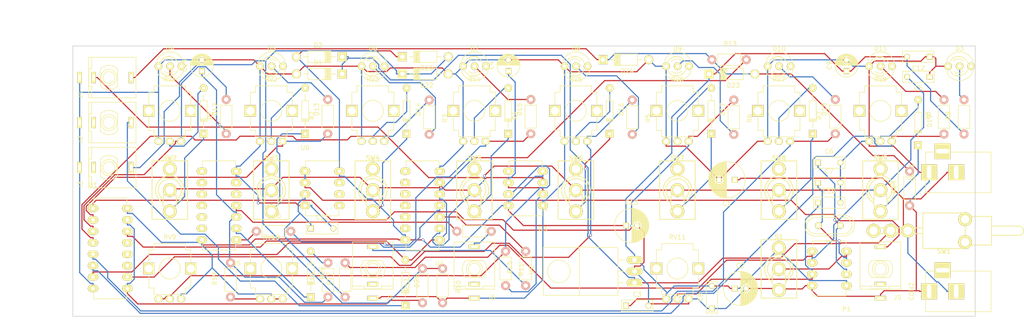
<source format=kicad_pcb>
(kicad_pcb (version 4) (host pcbnew 4.0.2-4+6225~38~ubuntu14.04.1-stable)
  (layers (0 F.Cu signal) (31 B.Cu signal) (34 B.Paste user) (35 F.Paste user) (36 B.SilkS user) (37 F.SilkS user) (38 B.Mask user) (39 F.Mask user) (44 Edge.Cuts user))
  (net 0 "")
  (net 1 GND)
  (net 2 +9V)
  (net 3 +5V)
  (net 4 "Net-(D1-Pad1)")
  (net 5 "Net-(D3-Pad2)")
  (net 6 "Net-(D4-Pad2)")
  (net 7 "Net-(D5-Pad2)")
  (net 8 "Net-(D6-Pad2)")
  (net 9 "Net-(D7-Pad2)")
  (net 10 "Net-(D8-Pad2)")
  (net 11 "Net-(D9-Pad2)")
  (net 12 "Net-(D10-Pad2)")
  (net 13 "Net-(D11-Pad2)")
  (net 14 "Net-(D12-Pad2)")
  (net 15 "Net-(D12-Pad1)")
  (net 16 "Net-(D13-Pad2)")
  (net 17 "Net-(D13-Pad1)")
  (net 18 "Net-(D14-Pad2)")
  (net 19 "Net-(D14-Pad1)")
  (net 20 "Net-(D15-Pad2)")
  (net 21 "Net-(D15-Pad1)")
  (net 22 "Net-(D16-Pad2)")
  (net 23 "Net-(D16-Pad1)")
  (net 24 "Net-(D17-Pad2)")
  (net 25 "Net-(D17-Pad1)")
  (net 26 "Net-(D18-Pad2)")
  (net 27 "Net-(D18-Pad1)")
  (net 28 "Net-(D19-Pad2)")
  (net 29 "Net-(D19-Pad1)")
  (net 30 "Net-(R1-Pad2)")
  (net 31 "Net-(R2-Pad1)")
  (net 32 "Net-(R3-Pad1)")
  (net 33 "Net-(R4-Pad1)")
  (net 34 "Net-(R5-Pad1)")
  (net 35 "Net-(R6-Pad1)")
  (net 36 "Net-(R7-Pad1)")
  (net 37 "Net-(R8-Pad1)")
  (net 38 "Net-(C4-Pad1)")
  (net 39 "Net-(J1-Pad2)")
  (net 40 "Net-(R11-Pad1)")
  (net 41 "Net-(C5-Pad2)")
  (net 42 "Net-(C6-Pad1)")
  (net 43 "Net-(C7-Pad1)")
  (net 44 "Net-(C10-Pad1)")
  (net 45 "Net-(C11-Pad1)")
  (net 46 "Net-(C14-Pad1)")
  (net 47 "Net-(D20-Pad2)")
  (net 48 "Net-(D21-Pad2)")
  (net 49 "Net-(D21-Pad1)")
  (net 50 "Net-(D23-Pad2)")
  (net 51 "Net-(D25-Pad2)")
  (net 52 "Net-(D25-Pad1)")
  (net 53 "Net-(J4-Pad3)")
  (net 54 "Net-(J5-Pad3)")
  (net 55 "Net-(J6-Pad3)")
  (net 56 "Net-(P1-Pad4)")
  (net 57 "Net-(P1-Pad5)")
  (net 58 "Net-(R12-Pad1)")
  (net 59 "Net-(R15-Pad2)")
  (net 60 "Net-(R16-Pad1)")
  (net 61 "Net-(R16-Pad2)")
  (net 62 "Net-(R19-Pad1)")
  (net 63 "Net-(R20-Pad1)")
  (module Capacitors_ThroughHole:C_Radial_D8_L11.5_P3.5 (layer F.Cu) (at 172.72 52.705 180)
    (fp_text reference C1 (at 1.75 -5.3 180) (layer F.SilkS))
    (fp_text value 220uF)
    (pad 2 thru_hole circle (at 3.5 0 180) (size 1.3 1.3) (drill 0.8) (layers *.Cu *.Mask F.SilkS) (net 1 GND))
    (pad 1 thru_hole rect (at 0 0 180) (size 1.3 1.3) (drill 0.8) (layers *.Cu *.Mask F.SilkS) (net 2 +9V))
  )
  (module Capacitors_ThroughHole:C_Rect_L7_W2.5_P5 (layer F.Cu) (at 148.59 80.645)
    (fp_text reference C3 (at 2.5 -2.5) (layer F.SilkS))
    (fp_text value 100nF)
    (pad 1 thru_hole rect (at 0 0) (size 1.3 1.3) (drill 0.8) (layers *.Cu *.Mask F.SilkS) (net 3 +5V))
    (pad 2 thru_hole circle (at 5 0) (size 1.3 1.3) (drill 0.8) (layers *.Cu *.Mask F.SilkS) (net 1 GND))
  )
  (module Connect:BARREL_JACK (layer F.Cu) (at 221.996 51.054 180)
    (fp_text reference CON1 (at 10.09904 0 270) (layer F.SilkS))
    (fp_text value 9V_DC_IN)
    (pad 1 thru_hole rect (at 6.20014 0 180) (size 3.50012 3.50012) (drill oval 1.00076 2.99974) (layers *.Cu *.Mask F.SilkS) (net 1 GND))
    (pad 2 thru_hole rect (at 0.20066 0 180) (size 3.50012 3.50012) (drill oval 1.00076 2.99974) (layers *.Cu *.Mask F.SilkS) (net 2 +9V))
    (pad 3 thru_hole rect (at 3.2004 4.699 180) (size 3.50012 3.50012) (drill oval 2.99974 1.00076) (layers *.Cu *.Mask F.SilkS))
  )
  (module Diodes_ThroughHole:Diode_DO-41_SOD81_Horizontal_RM10 (layer F.Cu) (at 85.725 29.21 180)
    (fp_text reference D1 (at 5.38734 2.53746 180) (layer F.SilkS))
    (fp_text value 1N4004)
    (pad 2 thru_hole circle (at 10.16 -0.00254) (size 1.99898 1.99898) (drill 1.27) (layers *.Cu *.Mask F.SilkS) (net 1 GND))
    (pad 1 thru_hole rect (at 0 -0.00254) (size 1.99898 1.99898) (drill 1.00076) (layers *.Cu *.Mask F.SilkS) (net 4 "Net-(D1-Pad1)"))
  )
  (module Diodes_ThroughHole:Diode_DO-41_SOD81_Horizontal_RM10 (layer F.Cu) (at 85.725 25.4 180)
    (fp_text reference D2 (at 5.38734 2.53746 180) (layer F.SilkS))
    (fp_text value 1N4004)
    (pad 2 thru_hole circle (at 10.16 -0.00254) (size 1.99898 1.99898) (drill 1.27) (layers *.Cu *.Mask F.SilkS) (net 3 +5V))
    (pad 1 thru_hole rect (at 0 -0.00254) (size 1.99898 1.99898) (drill 1.00076) (layers *.Cu *.Mask F.SilkS) (net 4 "Net-(D1-Pad1)"))
  )
  (module LEDs:LED-5MM-3 (layer F.Cu) (at 220 27.5)
    (fp_text reference D3 (at 2.54508 -3.91668) (layer F.SilkS))
    (fp_text value PWR_INDICATOR)
    (pad 1 thru_hole circle (at 0 0 180) (size 1.6764 1.6764) (drill 0.8128) (layers *.Cu *.Mask F.SilkS) (net 1 GND))
    (pad 2 thru_hole circle (at 2.54 0 180) (size 1.6764 1.6764) (drill 0.8128) (layers *.Cu *.Mask F.SilkS) (net 5 "Net-(D3-Pad2)"))
    (pad 3 thru_hole circle (at 5.08 0 180) (size 1.6764 1.6764) (drill 0.8128) (layers *.Cu *.Mask F.SilkS))
  )
  (module LEDs:LED-5MM-3 (layer F.Cu) (at 45 27.5)
    (fp_text reference D4 (at 2.54508 -3.91668) (layer F.SilkS))
    (fp_text value LED)
    (pad 1 thru_hole circle (at 0 0 180) (size 1.6764 1.6764) (drill 0.8128) (layers *.Cu *.Mask F.SilkS) (net 1 GND))
    (pad 2 thru_hole circle (at 2.54 0 180) (size 1.6764 1.6764) (drill 0.8128) (layers *.Cu *.Mask F.SilkS) (net 6 "Net-(D4-Pad2)"))
    (pad 3 thru_hole circle (at 5.08 0 180) (size 1.6764 1.6764) (drill 0.8128) (layers *.Cu *.Mask F.SilkS))
  )
  (module LEDs:LED-5MM-3 (layer F.Cu) (at 67.5 27.5)
    (fp_text reference D5 (at 2.54508 -3.91668) (layer F.SilkS))
    (fp_text value LED)
    (pad 1 thru_hole circle (at 0 0 180) (size 1.6764 1.6764) (drill 0.8128) (layers *.Cu *.Mask F.SilkS) (net 1 GND))
    (pad 2 thru_hole circle (at 2.54 0 180) (size 1.6764 1.6764) (drill 0.8128) (layers *.Cu *.Mask F.SilkS) (net 7 "Net-(D5-Pad2)"))
    (pad 3 thru_hole circle (at 5.08 0 180) (size 1.6764 1.6764) (drill 0.8128) (layers *.Cu *.Mask F.SilkS))
  )
  (module LEDs:LED-5MM-3 (layer F.Cu) (at 90 27.5)
    (fp_text reference D6 (at 2.54508 -3.91668) (layer F.SilkS))
    (fp_text value LED)
    (pad 1 thru_hole circle (at 0 0 180) (size 1.6764 1.6764) (drill 0.8128) (layers *.Cu *.Mask F.SilkS) (net 1 GND))
    (pad 2 thru_hole circle (at 2.54 0 180) (size 1.6764 1.6764) (drill 0.8128) (layers *.Cu *.Mask F.SilkS) (net 8 "Net-(D6-Pad2)"))
    (pad 3 thru_hole circle (at 5.08 0 180) (size 1.6764 1.6764) (drill 0.8128) (layers *.Cu *.Mask F.SilkS))
  )
  (module LEDs:LED-5MM-3 (layer F.Cu) (at 112.5 27.5)
    (fp_text reference D7 (at 2.54508 -3.91668) (layer F.SilkS))
    (fp_text value LED)
    (pad 1 thru_hole circle (at 0 0 180) (size 1.6764 1.6764) (drill 0.8128) (layers *.Cu *.Mask F.SilkS) (net 1 GND))
    (pad 2 thru_hole circle (at 2.54 0 180) (size 1.6764 1.6764) (drill 0.8128) (layers *.Cu *.Mask F.SilkS) (net 9 "Net-(D7-Pad2)"))
    (pad 3 thru_hole circle (at 5.08 0 180) (size 1.6764 1.6764) (drill 0.8128) (layers *.Cu *.Mask F.SilkS))
  )
  (module LEDs:LED-5MM-3 (layer F.Cu) (at 135 27.5)
    (fp_text reference D8 (at 2.54508 -3.91668) (layer F.SilkS))
    (fp_text value LED)
    (pad 1 thru_hole circle (at 0 0 180) (size 1.6764 1.6764) (drill 0.8128) (layers *.Cu *.Mask F.SilkS) (net 1 GND))
    (pad 2 thru_hole circle (at 2.54 0 180) (size 1.6764 1.6764) (drill 0.8128) (layers *.Cu *.Mask F.SilkS) (net 10 "Net-(D8-Pad2)"))
    (pad 3 thru_hole circle (at 5.08 0 180) (size 1.6764 1.6764) (drill 0.8128) (layers *.Cu *.Mask F.SilkS))
  )
  (module LEDs:LED-5MM-3 (layer F.Cu) (at 157.5 27.5)
    (fp_text reference D9 (at 2.54508 -3.91668) (layer F.SilkS))
    (fp_text value LED)
    (pad 1 thru_hole circle (at 0 0 180) (size 1.6764 1.6764) (drill 0.8128) (layers *.Cu *.Mask F.SilkS) (net 1 GND))
    (pad 2 thru_hole circle (at 2.54 0 180) (size 1.6764 1.6764) (drill 0.8128) (layers *.Cu *.Mask F.SilkS) (net 11 "Net-(D9-Pad2)"))
    (pad 3 thru_hole circle (at 5.08 0 180) (size 1.6764 1.6764) (drill 0.8128) (layers *.Cu *.Mask F.SilkS))
  )
  (module LEDs:LED-5MM-3 (layer F.Cu) (at 180 27.5)
    (fp_text reference D10 (at 2.54508 -3.91668) (layer F.SilkS))
    (fp_text value LED)
    (pad 1 thru_hole circle (at 0 0 180) (size 1.6764 1.6764) (drill 0.8128) (layers *.Cu *.Mask F.SilkS) (net 1 GND))
    (pad 2 thru_hole circle (at 2.54 0 180) (size 1.6764 1.6764) (drill 0.8128) (layers *.Cu *.Mask F.SilkS) (net 12 "Net-(D10-Pad2)"))
    (pad 3 thru_hole circle (at 5.08 0 180) (size 1.6764 1.6764) (drill 0.8128) (layers *.Cu *.Mask F.SilkS))
  )
  (module LEDs:LED-5MM-3 (layer F.Cu) (at 202.5 27.5)
    (fp_text reference D11 (at 2.54508 -3.91668) (layer F.SilkS))
    (fp_text value LED)
    (pad 1 thru_hole circle (at 0 0 180) (size 1.6764 1.6764) (drill 0.8128) (layers *.Cu *.Mask F.SilkS) (net 1 GND))
    (pad 2 thru_hole circle (at 2.54 0 180) (size 1.6764 1.6764) (drill 0.8128) (layers *.Cu *.Mask F.SilkS) (net 13 "Net-(D11-Pad2)"))
    (pad 3 thru_hole circle (at 5.08 0 180) (size 1.6764 1.6764) (drill 0.8128) (layers *.Cu *.Mask F.SilkS))
  )
  (module Diodes_ThroughHole:Diode_DO-35_SOD27_Horizontal_RM10 (layer F.Cu) (at 55 42.5 90)
    (fp_text reference D12 (at 5.43052 2.53746 90) (layer F.SilkS))
    (fp_text value 1N4148)
    (pad 2 thru_hole circle (at 10.16052 -0.00254 270) (size 1.69926 1.69926) (drill 0.70104) (layers *.Cu *.Mask F.SilkS) (net 14 "Net-(D12-Pad2)"))
    (pad 1 thru_hole rect (at 0.00052 -0.00254 270) (size 1.69926 1.69926) (drill 0.70104) (layers *.Cu *.Mask F.SilkS) (net 15 "Net-(D12-Pad1)"))
  )
  (module Diodes_ThroughHole:Diode_DO-35_SOD27_Horizontal_RM10 (layer F.Cu) (at 77.5 42.5 90)
    (fp_text reference D13 (at 5.43052 2.53746 90) (layer F.SilkS))
    (fp_text value 1N4148)
    (pad 2 thru_hole circle (at 10.16052 -0.00254 270) (size 1.69926 1.69926) (drill 0.70104) (layers *.Cu *.Mask F.SilkS) (net 16 "Net-(D13-Pad2)"))
    (pad 1 thru_hole rect (at 0.00052 -0.00254 270) (size 1.69926 1.69926) (drill 0.70104) (layers *.Cu *.Mask F.SilkS) (net 17 "Net-(D13-Pad1)"))
  )
  (module Diodes_ThroughHole:Diode_DO-35_SOD27_Horizontal_RM10 (layer F.Cu) (at 100 42.5 90)
    (fp_text reference D14 (at 5.43052 2.53746 90) (layer F.SilkS))
    (fp_text value 1N4148)
    (pad 2 thru_hole circle (at 10.16052 -0.00254 270) (size 1.69926 1.69926) (drill 0.70104) (layers *.Cu *.Mask F.SilkS) (net 18 "Net-(D14-Pad2)"))
    (pad 1 thru_hole rect (at 0.00052 -0.00254 270) (size 1.69926 1.69926) (drill 0.70104) (layers *.Cu *.Mask F.SilkS) (net 19 "Net-(D14-Pad1)"))
  )
  (module Diodes_ThroughHole:Diode_DO-35_SOD27_Horizontal_RM10 (layer F.Cu) (at 122.5 42.5 90)
    (fp_text reference D15 (at 5.43052 2.53746 90) (layer F.SilkS))
    (fp_text value 1N4148)
    (pad 2 thru_hole circle (at 10.16052 -0.00254 270) (size 1.69926 1.69926) (drill 0.70104) (layers *.Cu *.Mask F.SilkS) (net 20 "Net-(D15-Pad2)"))
    (pad 1 thru_hole rect (at 0.00052 -0.00254 270) (size 1.69926 1.69926) (drill 0.70104) (layers *.Cu *.Mask F.SilkS) (net 21 "Net-(D15-Pad1)"))
  )
  (module Diodes_ThroughHole:Diode_DO-35_SOD27_Horizontal_RM10 (layer F.Cu) (at 145 42.5 90)
    (fp_text reference D16 (at 5.43052 2.53746 90) (layer F.SilkS))
    (fp_text value 1N4148)
    (pad 2 thru_hole circle (at 10.16052 -0.00254 270) (size 1.69926 1.69926) (drill 0.70104) (layers *.Cu *.Mask F.SilkS) (net 22 "Net-(D16-Pad2)"))
    (pad 1 thru_hole rect (at 0.00052 -0.00254 270) (size 1.69926 1.69926) (drill 0.70104) (layers *.Cu *.Mask F.SilkS) (net 23 "Net-(D16-Pad1)"))
  )
  (module Diodes_ThroughHole:Diode_DO-35_SOD27_Horizontal_RM10 (layer F.Cu) (at 167.5 42.5 90)
    (fp_text reference D17 (at 5.43052 2.53746 90) (layer F.SilkS))
    (fp_text value 1N4148)
    (pad 2 thru_hole circle (at 10.16052 -0.00254 270) (size 1.69926 1.69926) (drill 0.70104) (layers *.Cu *.Mask F.SilkS) (net 24 "Net-(D17-Pad2)"))
    (pad 1 thru_hole rect (at 0.00052 -0.00254 270) (size 1.69926 1.69926) (drill 0.70104) (layers *.Cu *.Mask F.SilkS) (net 25 "Net-(D17-Pad1)"))
  )
  (module Diodes_ThroughHole:Diode_DO-35_SOD27_Horizontal_RM10 (layer F.Cu) (at 190 42.5 90)
    (fp_text reference D18 (at 5.43052 2.53746 90) (layer F.SilkS))
    (fp_text value 1N4148)
    (pad 2 thru_hole circle (at 10.16052 -0.00254 270) (size 1.69926 1.69926) (drill 0.70104) (layers *.Cu *.Mask F.SilkS) (net 26 "Net-(D18-Pad2)"))
    (pad 1 thru_hole rect (at 0.00052 -0.00254 270) (size 1.69926 1.69926) (drill 0.70104) (layers *.Cu *.Mask F.SilkS) (net 27 "Net-(D18-Pad1)"))
  )
  (module Diodes_ThroughHole:Diode_DO-35_SOD27_Horizontal_RM10 (layer F.Cu) (at 213.36 45.085 90)
    (fp_text reference D19 (at 5.43052 2.53746 90) (layer F.SilkS))
    (fp_text value 1N4148)
    (pad 2 thru_hole circle (at 10.16052 -0.00254 270) (size 1.69926 1.69926) (drill 0.70104) (layers *.Cu *.Mask F.SilkS) (net 28 "Net-(D19-Pad2)"))
    (pad 1 thru_hole rect (at 0.00052 -0.00254 270) (size 1.69926 1.69926) (drill 0.70104) (layers *.Cu *.Mask F.SilkS) (net 29 "Net-(D19-Pad1)"))
  )
  (module Resistors_ThroughHole:Resistor_Horizontal_RM7mm (layer F.Cu) (at 60 42.5 90)
    (fp_text reference R1 (at 4.05892 -3.50012 90) (layer F.SilkS))
    (fp_text value 10k)
    (pad 1 thru_hole circle (at 0 0 90) (size 1.99898 1.99898) (drill 1.00076) (layers *.Cu *.SilkS *.Mask) (net 6 "Net-(D4-Pad2)"))
    (pad 2 thru_hole circle (at 7.62 0 90) (size 1.99898 1.99898) (drill 1.00076) (layers *.Cu *.SilkS *.Mask) (net 30 "Net-(R1-Pad2)"))
  )
  (module Resistors_ThroughHole:Resistor_Horizontal_RM7mm (layer F.Cu) (at 82.5 42.5 90)
    (fp_text reference R2 (at 4.05892 -3.50012 90) (layer F.SilkS))
    (fp_text value 10k)
    (pad 1 thru_hole circle (at 0 0 90) (size 1.99898 1.99898) (drill 1.00076) (layers *.Cu *.SilkS *.Mask) (net 31 "Net-(R2-Pad1)"))
    (pad 2 thru_hole circle (at 7.62 0 90) (size 1.99898 1.99898) (drill 1.00076) (layers *.Cu *.SilkS *.Mask) (net 7 "Net-(D5-Pad2)"))
  )
  (module Resistors_ThroughHole:Resistor_Horizontal_RM7mm (layer F.Cu) (at 105 35 270)
    (fp_text reference R3 (at 4.05892 -3.50012 270) (layer F.SilkS))
    (fp_text value 10k)
    (pad 1 thru_hole circle (at 0 0 270) (size 1.99898 1.99898) (drill 1.00076) (layers *.Cu *.SilkS *.Mask) (net 32 "Net-(R3-Pad1)"))
    (pad 2 thru_hole circle (at 7.62 0 270) (size 1.99898 1.99898) (drill 1.00076) (layers *.Cu *.SilkS *.Mask) (net 8 "Net-(D6-Pad2)"))
  )
  (module Resistors_ThroughHole:Resistor_Horizontal_RM7mm (layer F.Cu) (at 127.5 42.5 90)
    (fp_text reference R4 (at 4.05892 -3.50012 90) (layer F.SilkS))
    (fp_text value 10k)
    (pad 1 thru_hole circle (at 0 0 90) (size 1.99898 1.99898) (drill 1.00076) (layers *.Cu *.SilkS *.Mask) (net 33 "Net-(R4-Pad1)"))
    (pad 2 thru_hole circle (at 7.62 0 90) (size 1.99898 1.99898) (drill 1.00076) (layers *.Cu *.SilkS *.Mask) (net 9 "Net-(D7-Pad2)"))
  )
  (module Resistors_ThroughHole:Resistor_Horizontal_RM7mm (layer F.Cu) (at 150 35 270)
    (fp_text reference R5 (at 4.05892 -3.50012 270) (layer F.SilkS))
    (fp_text value 10k)
    (pad 1 thru_hole circle (at 0 0 270) (size 1.99898 1.99898) (drill 1.00076) (layers *.Cu *.SilkS *.Mask) (net 34 "Net-(R5-Pad1)"))
    (pad 2 thru_hole circle (at 7.62 0 270) (size 1.99898 1.99898) (drill 1.00076) (layers *.Cu *.SilkS *.Mask) (net 10 "Net-(D8-Pad2)"))
  )
  (module Resistors_ThroughHole:Resistor_Horizontal_RM7mm (layer F.Cu) (at 172.5 35 270)
    (fp_text reference R6 (at 4.05892 -3.50012 270) (layer F.SilkS))
    (fp_text value 10k)
    (pad 1 thru_hole circle (at 0 0 270) (size 1.99898 1.99898) (drill 1.00076) (layers *.Cu *.SilkS *.Mask) (net 35 "Net-(R6-Pad1)"))
    (pad 2 thru_hole circle (at 7.62 0 270) (size 1.99898 1.99898) (drill 1.00076) (layers *.Cu *.SilkS *.Mask) (net 11 "Net-(D9-Pad2)"))
  )
  (module Resistors_ThroughHole:Resistor_Horizontal_RM7mm (layer F.Cu) (at 195 42.5 90)
    (fp_text reference R7 (at 4.05892 -3.50012 90) (layer F.SilkS))
    (fp_text value 10k)
    (pad 1 thru_hole circle (at 0 0 90) (size 1.99898 1.99898) (drill 1.00076) (layers *.Cu *.SilkS *.Mask) (net 36 "Net-(R7-Pad1)"))
    (pad 2 thru_hole circle (at 7.62 0 90) (size 1.99898 1.99898) (drill 1.00076) (layers *.Cu *.SilkS *.Mask) (net 12 "Net-(D10-Pad2)"))
  )
  (module Resistors_ThroughHole:Resistor_Horizontal_RM7mm (layer F.Cu) (at 219.075 42.545 90)
    (fp_text reference R8 (at 4.05892 -3.50012 90) (layer F.SilkS))
    (fp_text value 10k)
    (pad 1 thru_hole circle (at 0 0 90) (size 1.99898 1.99898) (drill 1.00076) (layers *.Cu *.SilkS *.Mask) (net 37 "Net-(R8-Pad1)"))
    (pad 2 thru_hole circle (at 7.62 0 90) (size 1.99898 1.99898) (drill 1.00076) (layers *.Cu *.SilkS *.Mask) (net 13 "Net-(D11-Pad2)"))
  )
  (module Resistors_ThroughHole:Resistor_Horizontal_RM7mm (layer F.Cu) (at 223.52 42.545 90)
    (fp_text reference R9 (at 4.05892 -3.50012 90) (layer F.SilkS))
    (fp_text value 10k)
    (pad 1 thru_hole circle (at 0 0 90) (size 1.99898 1.99898) (drill 1.00076) (layers *.Cu *.SilkS *.Mask) (net 3 +5V))
    (pad 2 thru_hole circle (at 7.62 0 90) (size 1.99898 1.99898) (drill 1.00076) (layers *.Cu *.SilkS *.Mask) (net 5 "Net-(D3-Pad2)"))
  )
  (module Housings_DIP:DIP-16_W7.62mm_LongPads (layer F.Cu) (at 30.48 59.055)
    (fp_text reference U1 (at 0 -5.22) (layer F.SilkS))
    (fp_text value 4017)
    (pad 1 thru_hole oval (at 0 0) (size 2.3 1.6) (drill 0.8) (layers *.Cu *.Mask F.SilkS) (net 35 "Net-(R6-Pad1)"))
    (pad 2 thru_hole oval (at 0 2.54) (size 2.3 1.6) (drill 0.8) (layers *.Cu *.Mask F.SilkS) (net 31 "Net-(R2-Pad1)"))
    (pad 3 thru_hole oval (at 0 5.08) (size 2.3 1.6) (drill 0.8) (layers *.Cu *.Mask F.SilkS) (net 30 "Net-(R1-Pad2)"))
    (pad 4 thru_hole oval (at 0 7.62) (size 2.3 1.6) (drill 0.8) (layers *.Cu *.Mask F.SilkS) (net 32 "Net-(R3-Pad1)"))
    (pad 5 thru_hole oval (at 0 10.16) (size 2.3 1.6) (drill 0.8) (layers *.Cu *.Mask F.SilkS) (net 36 "Net-(R7-Pad1)"))
    (pad 6 thru_hole oval (at 0 12.7) (size 2.3 1.6) (drill 0.8) (layers *.Cu *.Mask F.SilkS) (net 37 "Net-(R8-Pad1)"))
    (pad 7 thru_hole oval (at 0 15.24) (size 2.3 1.6) (drill 0.8) (layers *.Cu *.Mask F.SilkS) (net 33 "Net-(R4-Pad1)"))
    (pad 8 thru_hole oval (at 0 17.78) (size 2.3 1.6) (drill 0.8) (layers *.Cu *.Mask F.SilkS) (net 1 GND))
    (pad 9 thru_hole oval (at 7.62 17.78) (size 2.3 1.6) (drill 0.8) (layers *.Cu *.Mask F.SilkS) (net 58 "Net-(R12-Pad1)"))
    (pad 10 thru_hole oval (at 7.62 15.24) (size 2.3 1.6) (drill 0.8) (layers *.Cu *.Mask F.SilkS) (net 34 "Net-(R5-Pad1)"))
    (pad 11 thru_hole oval (at 7.62 12.7) (size 2.3 1.6) (drill 0.8) (layers *.Cu *.Mask F.SilkS))
    (pad 12 thru_hole oval (at 7.62 10.16) (size 2.3 1.6) (drill 0.8) (layers *.Cu *.Mask F.SilkS))
    (pad 13 thru_hole oval (at 7.62 7.62) (size 2.3 1.6) (drill 0.8) (layers *.Cu *.Mask F.SilkS))
    (pad 14 thru_hole oval (at 7.62 5.08) (size 2.3 1.6) (drill 0.8) (layers *.Cu *.Mask F.SilkS) (net 48 "Net-(D21-Pad2)"))
    (pad 15 thru_hole oval (at 7.62 2.54) (size 2.3 1.6) (drill 0.8) (layers *.Cu *.Mask F.SilkS) (net 58 "Net-(R12-Pad1)"))
    (pad 16 thru_hole oval (at 7.62 0) (size 2.3 1.6) (drill 0.8) (layers *.Cu *.Mask F.SilkS) (net 3 +5V))
  )
  (module diy_switches:SWITCH_SPDT (layer F.Cu) (at 47.5 55)
    (fp_text reference SW2 (at 0 -7.112) (layer F.SilkS) (effects (font (size 1.016 1.016) (thickness 0.2032))))
    (fp_text value SPST hide)
    (pad 1 thru_hole circle (at 0 4.699) (size 3.048 3.048) (drill 1.8542) (layers *.Cu *.Mask F.SilkS) (net 15 "Net-(D12-Pad1)"))
    (pad 2 thru_hole circle (at 0 0) (size 3.048 3.048) (drill 1.8542) (layers *.Cu *.Mask F.SilkS) (net 41 "Net-(C5-Pad2)"))
    (pad 3 thru_hole circle (at 0 -4.699) (size 3.048 3.048) (drill 1.8542) (layers *.Cu *.Mask F.SilkS))
  )
  (module diy_switches:SWITCH_SPDT (layer F.Cu) (at 70 55)
    (fp_text reference SW3 (at 0 -7.112) (layer F.SilkS) (effects (font (size 1.016 1.016) (thickness 0.2032))))
    (fp_text value SPST hide)
    (pad 1 thru_hole circle (at 0 4.699) (size 3.048 3.048) (drill 1.8542) (layers *.Cu *.Mask F.SilkS) (net 17 "Net-(D13-Pad1)"))
    (pad 2 thru_hole circle (at 0 0) (size 3.048 3.048) (drill 1.8542) (layers *.Cu *.Mask F.SilkS) (net 41 "Net-(C5-Pad2)"))
    (pad 3 thru_hole circle (at 0 -4.699) (size 3.048 3.048) (drill 1.8542) (layers *.Cu *.Mask F.SilkS))
  )
  (module diy_switches:SWITCH_SPDT (layer F.Cu) (at 92.5 55)
    (fp_text reference SW4 (at 0 -7.112) (layer F.SilkS) (effects (font (size 1.016 1.016) (thickness 0.2032))))
    (fp_text value SPST hide)
    (pad 1 thru_hole circle (at 0 4.699) (size 3.048 3.048) (drill 1.8542) (layers *.Cu *.Mask F.SilkS) (net 19 "Net-(D14-Pad1)"))
    (pad 2 thru_hole circle (at 0 0) (size 3.048 3.048) (drill 1.8542) (layers *.Cu *.Mask F.SilkS) (net 41 "Net-(C5-Pad2)"))
    (pad 3 thru_hole circle (at 0 -4.699) (size 3.048 3.048) (drill 1.8542) (layers *.Cu *.Mask F.SilkS))
  )
  (module diy_switches:SWITCH_SPDT (layer F.Cu) (at 115 55)
    (fp_text reference SW5 (at 0 -7.112) (layer F.SilkS) (effects (font (size 1.016 1.016) (thickness 0.2032))))
    (fp_text value SPST hide)
    (pad 1 thru_hole circle (at 0 4.699) (size 3.048 3.048) (drill 1.8542) (layers *.Cu *.Mask F.SilkS) (net 21 "Net-(D15-Pad1)"))
    (pad 2 thru_hole circle (at 0 0) (size 3.048 3.048) (drill 1.8542) (layers *.Cu *.Mask F.SilkS) (net 41 "Net-(C5-Pad2)"))
    (pad 3 thru_hole circle (at 0 -4.699) (size 3.048 3.048) (drill 1.8542) (layers *.Cu *.Mask F.SilkS))
  )
  (module diy_switches:SWITCH_SPDT (layer F.Cu) (at 137.5 55)
    (fp_text reference SW6 (at 0 -7.112) (layer F.SilkS) (effects (font (size 1.016 1.016) (thickness 0.2032))))
    (fp_text value SPST hide)
    (pad 1 thru_hole circle (at 0 4.699) (size 3.048 3.048) (drill 1.8542) (layers *.Cu *.Mask F.SilkS) (net 23 "Net-(D16-Pad1)"))
    (pad 2 thru_hole circle (at 0 0) (size 3.048 3.048) (drill 1.8542) (layers *.Cu *.Mask F.SilkS) (net 41 "Net-(C5-Pad2)"))
    (pad 3 thru_hole circle (at 0 -4.699) (size 3.048 3.048) (drill 1.8542) (layers *.Cu *.Mask F.SilkS))
  )
  (module diy_switches:SWITCH_SPDT (layer F.Cu) (at 160 55)
    (fp_text reference SW7 (at 0 -7.112) (layer F.SilkS) (effects (font (size 1.016 1.016) (thickness 0.2032))))
    (fp_text value SPST hide)
    (pad 1 thru_hole circle (at 0 4.699) (size 3.048 3.048) (drill 1.8542) (layers *.Cu *.Mask F.SilkS) (net 25 "Net-(D17-Pad1)"))
    (pad 2 thru_hole circle (at 0 0) (size 3.048 3.048) (drill 1.8542) (layers *.Cu *.Mask F.SilkS) (net 41 "Net-(C5-Pad2)"))
    (pad 3 thru_hole circle (at 0 -4.699) (size 3.048 3.048) (drill 1.8542) (layers *.Cu *.Mask F.SilkS))
  )
  (module diy_switches:SWITCH_SPDT (layer F.Cu) (at 182.5 55)
    (fp_text reference SW8 (at 0 -7.112) (layer F.SilkS) (effects (font (size 1.016 1.016) (thickness 0.2032))))
    (fp_text value SPST hide)
    (pad 1 thru_hole circle (at 0 4.699) (size 3.048 3.048) (drill 1.8542) (layers *.Cu *.Mask F.SilkS) (net 27 "Net-(D18-Pad1)"))
    (pad 2 thru_hole circle (at 0 0) (size 3.048 3.048) (drill 1.8542) (layers *.Cu *.Mask F.SilkS) (net 41 "Net-(C5-Pad2)"))
    (pad 3 thru_hole circle (at 0 -4.699) (size 3.048 3.048) (drill 1.8542) (layers *.Cu *.Mask F.SilkS))
  )
  (module diy_switches:SWITCH_SPDT (layer F.Cu) (at 205 55)
    (fp_text reference SW9 (at 0 -7.112) (layer F.SilkS) (effects (font (size 1.016 1.016) (thickness 0.2032))))
    (fp_text value SPST hide)
    (pad 1 thru_hole circle (at 0 4.699) (size 3.048 3.048) (drill 1.8542) (layers *.Cu *.Mask F.SilkS) (net 29 "Net-(D19-Pad1)"))
    (pad 2 thru_hole circle (at 0 0) (size 3.048 3.048) (drill 1.8542) (layers *.Cu *.Mask F.SilkS) (net 41 "Net-(C5-Pad2)"))
    (pad 3 thru_hole circle (at 0 -4.699) (size 3.048 3.048) (drill 1.8542) (layers *.Cu *.Mask F.SilkS))
  )
  (module Connect:BARREL_JACK (layer F.Cu) (at 221.996 77.47 180)
    (fp_text reference CON2 (at 10.09904 0 270) (layer F.SilkS))
    (fp_text value 9V_DC_VIA)
    (pad 1 thru_hole rect (at 6.20014 0 180) (size 3.50012 3.50012) (drill oval 1.00076 2.99974) (layers *.Cu *.Mask F.SilkS) (net 1 GND))
    (pad 2 thru_hole rect (at 0.20066 0 180) (size 3.50012 3.50012) (drill oval 1.00076 2.99974) (layers *.Cu *.Mask F.SilkS) (net 2 +9V))
    (pad 3 thru_hole rect (at 3.2004 4.699 180) (size 3.50012 3.50012) (drill oval 2.99974 1.00076) (layers *.Cu *.Mask F.SilkS))
  )
  (module diy_switches:SWITCH_SPDT_ANGLED_V (layer F.Cu) (at 223.774 64.008 90)
    (fp_text reference SW1 (at -4.572 -4.699 180) (layer F.SilkS) (effects (font (size 1.016 1.016) (thickness 0.2032))))
    (fp_text value ON/OFF hide)
    (pad 1 thru_hole circle (at 0 -12.7 90) (size 3.048 3.048) (drill 1.8542) (layers *.Cu *.Mask F.SilkS) (net 2 +9V))
    (pad 2 thru_hole circle (at 0 -16.51 90) (size 3.048 3.048) (drill 1.8542) (layers *.Cu *.Mask F.SilkS) (net 4 "Net-(D1-Pad1)"))
    (pad 3 thru_hole circle (at 0 -20.32 90) (size 3.048 3.048) (drill 1.8542) (layers *.Cu *.Mask F.SilkS))
    (pad "" thru_hole circle (at -2.54 0 90) (size 3.048 3.048) (drill 1.8542) (layers *.Cu *.Mask F.SilkS))
    (pad "" thru_hole circle (at 2.54 0 90) (size 3.048 3.048) (drill 1.8542) (layers *.Cu *.Mask F.SilkS))
  )
  (module diy_switches:SWITCH_SPDT (layer F.Cu) (at 182.5 72.5)
    (fp_text reference S1 (at 0 -7.112) (layer F.SilkS) (effects (font (size 1.016 1.016) (thickness 0.2032))))
    (fp_text value SPDT hide)
    (pad 1 thru_hole circle (at 0 4.699) (size 3.048 3.048) (drill 1.8542) (layers *.Cu *.Mask F.SilkS) (net 1 GND))
    (pad 2 thru_hole circle (at 0 0) (size 3.048 3.048) (drill 1.8542) (layers *.Cu *.Mask F.SilkS) (net 56 "Net-(P1-Pad4)"))
    (pad 3 thru_hole circle (at 0 -4.699) (size 3.048 3.048) (drill 1.8542) (layers *.Cu *.Mask F.SilkS) (net 3 +5V))
  )
  (module Resistors_ThroughHole:Resistor_Horizontal_RM7mm (layer F.Cu) (at 107.95 72.39 270)
    (fp_text reference R10 (at 4.05892 -3.50012 270) (layer F.SilkS))
    (fp_text value 1k)
    (pad 1 thru_hole circle (at 0 0 270) (size 1.99898 1.99898) (drill 1.00076) (layers *.Cu *.SilkS *.Mask) (net 47 "Net-(D20-Pad2)"))
    (pad 2 thru_hole circle (at 7.62 0 270) (size 1.99898 1.99898) (drill 1.00076) (layers *.Cu *.SilkS *.Mask) (net 1 GND))
  )
  (module Resistors_ThroughHole:Resistor_Horizontal_RM7mm (layer F.Cu) (at 121.92 68.58 270)
    (fp_text reference R11 (at 4.05892 -3.50012 270) (layer F.SilkS))
    (fp_text value 1k)
    (pad 1 thru_hole circle (at 0 0 270) (size 1.99898 1.99898) (drill 1.00076) (layers *.Cu *.SilkS *.Mask) (net 40 "Net-(R11-Pad1)"))
    (pad 2 thru_hole circle (at 7.62 0 270) (size 1.99898 1.99898) (drill 1.00076) (layers *.Cu *.SilkS *.Mask) (net 38 "Net-(C4-Pad1)"))
  )
  (module Housings_DIP:DIP-8_W7.62mm_LongPads (layer F.Cu) (at 130.175 58.42 180)
    (fp_text reference U3 (at 0 -5.22 180) (layer F.SilkS))
    (fp_text value LM555N)
    (pad 1 thru_hole oval (at 0 0 180) (size 2.3 1.6) (drill 0.8) (layers *.Cu *.Mask F.SilkS) (net 1 GND))
    (pad 2 thru_hole oval (at 0 2.54 180) (size 2.3 1.6) (drill 0.8) (layers *.Cu *.Mask F.SilkS) (net 38 "Net-(C4-Pad1)"))
    (pad 3 thru_hole oval (at 0 5.08 180) (size 2.3 1.6) (drill 0.8) (layers *.Cu *.Mask F.SilkS) (net 39 "Net-(J1-Pad2)"))
    (pad 4 thru_hole oval (at 0 7.62 180) (size 2.3 1.6) (drill 0.8) (layers *.Cu *.Mask F.SilkS) (net 3 +5V))
    (pad 5 thru_hole oval (at 7.62 7.62 180) (size 2.3 1.6) (drill 0.8) (layers *.Cu *.Mask F.SilkS))
    (pad 6 thru_hole oval (at 7.62 5.08 180) (size 2.3 1.6) (drill 0.8) (layers *.Cu *.Mask F.SilkS) (net 38 "Net-(C4-Pad1)"))
    (pad 7 thru_hole oval (at 7.62 2.54 180) (size 2.3 1.6) (drill 0.8) (layers *.Cu *.Mask F.SilkS) (net 40 "Net-(R11-Pad1)"))
    (pad 8 thru_hole oval (at 7.62 0 180) (size 2.3 1.6) (drill 0.8) (layers *.Cu *.Mask F.SilkS) (net 3 +5V))
  )
  (module Zetaohm:THONKICONN (layer F.Cu) (at 34 30 270)
    (fp_text reference J1 (at 3.81 6.35 270) (layer F.SilkS))
    (fp_text value "CLK IN" hide)
    (pad 3 thru_hole rect (at 0 -4.92 270) (size 2.5 1) (drill oval 1.5 0.5) (layers *.Cu *.Mask F.SilkS) (net 50 "Net-(D23-Pad2)"))
    (pad 2 thru_hole rect (at 0 3.38 270) (size 2.5 1) (drill oval 1.5 0.5) (layers *.Cu *.Mask F.SilkS) (net 39 "Net-(J1-Pad2)"))
    (pad 1 thru_hole rect (at 0 6.48 270) (size 2.5 1) (drill oval 1.5 0.5) (layers *.Cu *.Mask F.SilkS) (net 1 GND))
  )
  (module Zetaohm:THONKICONN (layer F.Cu) (at 34 40 270)
    (fp_text reference J2 (at 3.81 6.35 270) (layer F.SilkS))
    (fp_text value CLK_OUT hide)
    (pad 3 thru_hole rect (at 0 -4.92 270) (size 2.5 1) (drill oval 1.5 0.5) (layers *.Cu *.Mask F.SilkS) (net 49 "Net-(D21-Pad1)"))
    (pad 2 thru_hole rect (at 0 3.38 270) (size 2.5 1) (drill oval 1.5 0.5) (layers *.Cu *.Mask F.SilkS))
    (pad 1 thru_hole rect (at 0 6.48 270) (size 2.5 1) (drill oval 1.5 0.5) (layers *.Cu *.Mask F.SilkS) (net 1 GND))
  )
  (module Zetaohm:THONKICONN (layer F.Cu) (at 34 50 270)
    (fp_text reference J3 (at 3.81 6.35 270) (layer F.SilkS))
    (fp_text value RST hide)
    (pad 3 thru_hole rect (at 0 -4.92 270) (size 2.5 1) (drill oval 1.5 0.5) (layers *.Cu *.Mask F.SilkS) (net 47 "Net-(D20-Pad2)"))
    (pad 2 thru_hole rect (at 0 3.38 270) (size 2.5 1) (drill oval 1.5 0.5) (layers *.Cu *.Mask F.SilkS))
    (pad 1 thru_hole rect (at 0 6.48 270) (size 2.5 1) (drill oval 1.5 0.5) (layers *.Cu *.Mask F.SilkS) (net 1 GND))
  )
  (module Capacitors_ThroughHole:C_Rect_L7_W2.5_P5 (layer F.Cu) (at 215.9 29.845 180)
    (fp_text reference C5 (at 2.5 -2.5 180) (layer F.SilkS))
    (fp_text value 100nF)
    (pad 1 thru_hole rect (at 0 0 180) (size 1.3 1.3) (drill 0.8) (layers *.Cu *.Mask F.SilkS) (net 1 GND))
    (pad 2 thru_hole circle (at 5 0 180) (size 1.3 1.3) (drill 0.8) (layers *.Cu *.Mask F.SilkS) (net 41 "Net-(C5-Pad2)"))
  )
  (module Capacitors_ThroughHole:C_Rect_L7_W2.5_P5 (layer F.Cu) (at 191.135 48.895)
    (fp_text reference C6 (at 2.5 -2.5) (layer F.SilkS))
    (fp_text value 22pF)
    (pad 1 thru_hole rect (at 0 0) (size 1.3 1.3) (drill 0.8) (layers *.Cu *.Mask F.SilkS) (net 42 "Net-(C6-Pad1)"))
    (pad 2 thru_hole circle (at 5 0) (size 1.3 1.3) (drill 0.8) (layers *.Cu *.Mask F.SilkS) (net 1 GND))
  )
  (module Capacitors_ThroughHole:C_Rect_L7_W2.5_P5 (layer F.Cu) (at 191.135 53.34)
    (fp_text reference C7 (at 2.5 -2.5) (layer F.SilkS))
    (fp_text value 22pF)
    (pad 1 thru_hole rect (at 0 0) (size 1.3 1.3) (drill 0.8) (layers *.Cu *.Mask F.SilkS) (net 43 "Net-(C7-Pad1)"))
    (pad 2 thru_hole circle (at 5 0) (size 1.3 1.3) (drill 0.8) (layers *.Cu *.Mask F.SilkS) (net 1 GND))
  )
  (module Capacitors_ThroughHole:C_Rect_L7_W2.5_P5 (layer F.Cu) (at 167.64 81.28 90)
    (fp_text reference C8 (at 2.5 -2.5 90) (layer F.SilkS))
    (fp_text value 100nF)
    (pad 1 thru_hole rect (at 0 0 90) (size 1.3 1.3) (drill 0.8) (layers *.Cu *.Mask F.SilkS) (net 1 GND))
    (pad 2 thru_hole circle (at 5 0 90) (size 1.3 1.3) (drill 0.8) (layers *.Cu *.Mask F.SilkS) (net 3 +5V))
  )
  (module Capacitors_ThroughHole:C_Rect_L7_W2.5_P5 (layer F.Cu) (at 191.135 57.785)
    (fp_text reference C10 (at 2.5 -2.5) (layer F.SilkS))
    (fp_text value 100nF)
    (pad 1 thru_hole rect (at 0 0) (size 1.3 1.3) (drill 0.8) (layers *.Cu *.Mask F.SilkS) (net 44 "Net-(C10-Pad1)"))
    (pad 2 thru_hole circle (at 5 0) (size 1.3 1.3) (drill 0.8) (layers *.Cu *.Mask F.SilkS) (net 1 GND))
  )
  (module Capacitors_ThroughHole:C_Rect_L7_W2.5_P5 (layer F.Cu) (at 78.74 63.5)
    (fp_text reference C11 (at 2.5 -2.5) (layer F.SilkS))
    (fp_text value 100nF)
    (pad 1 thru_hole rect (at 0 0) (size 1.3 1.3) (drill 0.8) (layers *.Cu *.Mask F.SilkS) (net 45 "Net-(C11-Pad1)"))
    (pad 2 thru_hole circle (at 5 0) (size 1.3 1.3) (drill 0.8) (layers *.Cu *.Mask F.SilkS) (net 1 GND))
  )
  (module Capacitors_ThroughHole:C_Rect_L7_W2.5_P5 (layer F.Cu) (at 215.9 25.4 180)
    (fp_text reference C12 (at 2.5 -2.5 180) (layer F.SilkS))
    (fp_text value 100nF)
    (pad 1 thru_hole rect (at 0 0 180) (size 1.3 1.3) (drill 0.8) (layers *.Cu *.Mask F.SilkS) (net 1 GND))
    (pad 2 thru_hole circle (at 5 0 180) (size 1.3 1.3) (drill 0.8) (layers *.Cu *.Mask F.SilkS) (net 3 +5V))
  )
  (module Diodes_ThroughHole:Diode_DO-41_SOD81_Horizontal_RM10 (layer F.Cu) (at 99.06 25.4)
    (fp_text reference D20 (at 5.38734 2.53746) (layer F.SilkS))
    (fp_text value D_Schottky)
    (pad 2 thru_hole circle (at 10.16 -0.00254 180) (size 1.99898 1.99898) (drill 1.27) (layers *.Cu *.Mask F.SilkS) (net 47 "Net-(D20-Pad2)"))
    (pad 1 thru_hole rect (at 0 -0.00254 180) (size 1.99898 1.99898) (drill 1.00076) (layers *.Cu *.Mask F.SilkS) (net 3 +5V))
  )
  (module Diodes_ThroughHole:Diode_DO-35_SOD27_Horizontal_RM10 (layer F.Cu) (at 99.695 80.645 90)
    (fp_text reference D21 (at 5.43052 2.53746 90) (layer F.SilkS))
    (fp_text value 1N4148)
    (pad 2 thru_hole circle (at 10.16052 -0.00254 270) (size 1.69926 1.69926) (drill 0.70104) (layers *.Cu *.Mask F.SilkS) (net 48 "Net-(D21-Pad2)"))
    (pad 1 thru_hole rect (at 0.00052 -0.00254 270) (size 1.69926 1.69926) (drill 0.70104) (layers *.Cu *.Mask F.SilkS) (net 49 "Net-(D21-Pad1)"))
  )
  (module Diodes_ThroughHole:Diode_DO-41_SOD81_Horizontal_RM10 (layer F.Cu) (at 99.06 29.21)
    (fp_text reference D22 (at 5.38734 2.53746) (layer F.SilkS))
    (fp_text value D_Schottky)
    (pad 2 thru_hole circle (at 10.16 -0.00254 180) (size 1.99898 1.99898) (drill 1.27) (layers *.Cu *.Mask F.SilkS) (net 1 GND))
    (pad 1 thru_hole rect (at 0 -0.00254 180) (size 1.99898 1.99898) (drill 1.00076) (layers *.Cu *.Mask F.SilkS) (net 47 "Net-(D20-Pad2)"))
  )
  (module Diodes_ThroughHole:Diode_DO-41_SOD81_Horizontal_RM10 (layer F.Cu) (at 167.005 29.21)
    (fp_text reference D23 (at 5.38734 2.53746) (layer F.SilkS))
    (fp_text value D_Schottky)
    (pad 2 thru_hole circle (at 10.16 -0.00254 180) (size 1.99898 1.99898) (drill 1.27) (layers *.Cu *.Mask F.SilkS) (net 50 "Net-(D23-Pad2)"))
    (pad 1 thru_hole rect (at 0 -0.00254 180) (size 1.99898 1.99898) (drill 1.00076) (layers *.Cu *.Mask F.SilkS) (net 3 +5V))
  )
  (module Diodes_ThroughHole:Diode_DO-41_SOD81_Horizontal_RM10 (layer F.Cu) (at 143.51 26.035)
    (fp_text reference D24 (at 5.38734 2.53746) (layer F.SilkS))
    (fp_text value D_Schottky)
    (pad 2 thru_hole circle (at 10.16 -0.00254 180) (size 1.99898 1.99898) (drill 1.27) (layers *.Cu *.Mask F.SilkS) (net 1 GND))
    (pad 1 thru_hole rect (at 0 -0.00254 180) (size 1.99898 1.99898) (drill 1.00076) (layers *.Cu *.Mask F.SilkS) (net 50 "Net-(D23-Pad2)"))
  )
  (module Diodes_ThroughHole:Diode_DO-35_SOD27_Horizontal_RM10 (layer F.Cu) (at 78.74 78.74 90)
    (fp_text reference D25 (at 5.43052 2.53746 90) (layer F.SilkS))
    (fp_text value 1N4148)
    (pad 2 thru_hole circle (at 10.16052 -0.00254 270) (size 1.69926 1.69926) (drill 0.70104) (layers *.Cu *.Mask F.SilkS) (net 51 "Net-(D25-Pad2)"))
    (pad 1 thru_hole rect (at 0.00052 -0.00254 270) (size 1.69926 1.69926) (drill 0.70104) (layers *.Cu *.Mask F.SilkS) (net 52 "Net-(D25-Pad1)"))
  )
  (module Zetaohm:THONKICONN (layer F.Cu) (at 92.5 72.5)
    (fp_text reference J4 (at 3.81 6.35) (layer F.SilkS))
    (fp_text value TRIG_OUT hide)
    (pad 3 thru_hole rect (at 0 -4.92) (size 2.5 1) (drill oval 1.5 0.5) (layers *.Cu *.Mask F.SilkS) (net 53 "Net-(J4-Pad3)"))
    (pad 2 thru_hole rect (at 0 3.38) (size 2.5 1) (drill oval 1.5 0.5) (layers *.Cu *.Mask F.SilkS))
    (pad 1 thru_hole rect (at 0 6.48) (size 2.5 1) (drill oval 1.5 0.5) (layers *.Cu *.Mask F.SilkS) (net 1 GND))
  )
  (module Zetaohm:THONKICONN (layer F.Cu) (at 205 72.5)
    (fp_text reference J5 (at 3.81 6.35) (layer F.SilkS))
    (fp_text value CV_OUT hide)
    (pad 3 thru_hole rect (at 0 -4.92) (size 2.5 1) (drill oval 1.5 0.5) (layers *.Cu *.Mask F.SilkS) (net 54 "Net-(J5-Pad3)"))
    (pad 2 thru_hole rect (at 0 3.38) (size 2.5 1) (drill oval 1.5 0.5) (layers *.Cu *.Mask F.SilkS))
    (pad 1 thru_hole rect (at 0 6.48) (size 2.5 1) (drill oval 1.5 0.5) (layers *.Cu *.Mask F.SilkS) (net 1 GND))
  )
  (module Zetaohm:THONKICONN (layer F.Cu) (at 115 72.5)
    (fp_text reference J6 (at 3.81 6.35) (layer F.SilkS))
    (fp_text value GATE_OUT hide)
    (pad 3 thru_hole rect (at 0 -4.92) (size 2.5 1) (drill oval 1.5 0.5) (layers *.Cu *.Mask F.SilkS) (net 55 "Net-(J6-Pad3)"))
    (pad 2 thru_hole rect (at 0 3.38) (size 2.5 1) (drill oval 1.5 0.5) (layers *.Cu *.Mask F.SilkS))
    (pad 1 thru_hole rect (at 0 6.48) (size 2.5 1) (drill oval 1.5 0.5) (layers *.Cu *.Mask F.SilkS) (net 1 GND))
  )
  (module Housings_DIP:DIP-8_W7.62mm_LongPads (layer F.Cu) (at 197.485 76.2 180)
    (fp_text reference P1 (at 0 -5.22 180) (layer F.SilkS))
    (fp_text value 12F683)
    (pad 1 thru_hole oval (at 0 0 180) (size 2.3 1.6) (drill 0.8) (layers *.Cu *.Mask F.SilkS) (net 3 +5V))
    (pad 2 thru_hole oval (at 0 2.54 180) (size 2.3 1.6) (drill 0.8) (layers *.Cu *.Mask F.SilkS) (net 42 "Net-(C6-Pad1)"))
    (pad 3 thru_hole oval (at 0 5.08 180) (size 2.3 1.6) (drill 0.8) (layers *.Cu *.Mask F.SilkS) (net 43 "Net-(C7-Pad1)"))
    (pad 4 thru_hole oval (at 0 7.62 180) (size 2.3 1.6) (drill 0.8) (layers *.Cu *.Mask F.SilkS) (net 56 "Net-(P1-Pad4)"))
    (pad 5 thru_hole oval (at 7.62 7.62 180) (size 2.3 1.6) (drill 0.8) (layers *.Cu *.Mask F.SilkS) (net 57 "Net-(P1-Pad5)"))
    (pad 6 thru_hole oval (at 7.62 5.08 180) (size 2.3 1.6) (drill 0.8) (layers *.Cu *.Mask F.SilkS) (net 41 "Net-(C5-Pad2)"))
    (pad 7 thru_hole oval (at 7.62 2.54 180) (size 2.3 1.6) (drill 0.8) (layers *.Cu *.Mask F.SilkS) (net 44 "Net-(C10-Pad1)"))
    (pad 8 thru_hole oval (at 7.62 0 180) (size 2.3 1.6) (drill 0.8) (layers *.Cu *.Mask F.SilkS) (net 1 GND))
  )
  (module Resistors_ThroughHole:Resistor_Horizontal_RM7mm (layer F.Cu) (at 103.505 80.01 90)
    (fp_text reference R12 (at 4.05892 -3.50012 90) (layer F.SilkS))
    (fp_text value 20k)
    (pad 1 thru_hole circle (at 0 0 90) (size 1.99898 1.99898) (drill 1.00076) (layers *.Cu *.SilkS *.Mask) (net 58 "Net-(R12-Pad1)"))
    (pad 2 thru_hole circle (at 7.62 0 90) (size 1.99898 1.99898) (drill 1.00076) (layers *.Cu *.SilkS *.Mask) (net 47 "Net-(D20-Pad2)"))
  )
  (module Resistors_ThroughHole:Resistor_Horizontal_RM7mm (layer F.Cu) (at 167.64 26.035)
    (fp_text reference R13 (at 4.05892 -3.50012) (layer F.SilkS))
    (fp_text value 20k)
    (pad 1 thru_hole circle (at 0 0) (size 1.99898 1.99898) (drill 1.00076) (layers *.Cu *.SilkS *.Mask) (net 50 "Net-(D23-Pad2)"))
    (pad 2 thru_hole circle (at 7.62 0) (size 1.99898 1.99898) (drill 1.00076) (layers *.Cu *.SilkS *.Mask) (net 48 "Net-(D21-Pad2)"))
  )
  (module Resistors_ThroughHole:Resistor_Horizontal_RM7mm (layer F.Cu) (at 211.455 58.42 90)
    (fp_text reference R14 (at 4.05892 -3.50012 90) (layer F.SilkS))
    (fp_text value 1k)
    (pad 1 thru_hole circle (at 0 0 90) (size 1.99898 1.99898) (drill 1.00076) (layers *.Cu *.SilkS *.Mask) (net 1 GND))
    (pad 2 thru_hole circle (at 7.62 0 90) (size 1.99898 1.99898) (drill 1.00076) (layers *.Cu *.SilkS *.Mask) (net 50 "Net-(D23-Pad2)"))
  )
  (module Resistors_ThroughHole:Resistor_Horizontal_RM7mm (layer F.Cu) (at 126.365 76.2 90)
    (fp_text reference R15 (at 4.05892 -3.50012 90) (layer F.SilkS))
    (fp_text value 1k)
    (pad 1 thru_hole circle (at 0 0 90) (size 1.99898 1.99898) (drill 1.00076) (layers *.Cu *.SilkS *.Mask) (net 53 "Net-(J4-Pad3)"))
    (pad 2 thru_hole circle (at 7.62 0 90) (size 1.99898 1.99898) (drill 1.00076) (layers *.Cu *.SilkS *.Mask) (net 59 "Net-(R15-Pad2)"))
  )
  (module Resistors_ThroughHole:Resistor_Horizontal_RM7mm (layer F.Cu) (at 66.675 64.135)
    (fp_text reference R16 (at 4.05892 -3.50012) (layer F.SilkS))
    (fp_text value 100k)
    (pad 1 thru_hole circle (at 0 0) (size 1.99898 1.99898) (drill 1.00076) (layers *.Cu *.SilkS *.Mask) (net 60 "Net-(R16-Pad1)"))
    (pad 2 thru_hole circle (at 7.62 0) (size 1.99898 1.99898) (drill 1.00076) (layers *.Cu *.SilkS *.Mask) (net 61 "Net-(R16-Pad2)"))
  )
  (module Resistors_ThroughHole:Resistor_Horizontal_RM7mm (layer F.Cu) (at 86.36 78.74 90)
    (fp_text reference R17 (at 4.05892 -3.50012 90) (layer F.SilkS))
    (fp_text value 10k)
    (pad 1 thru_hole circle (at 0 0 90) (size 1.99898 1.99898) (drill 1.00076) (layers *.Cu *.SilkS *.Mask) (net 45 "Net-(C11-Pad1)"))
    (pad 2 thru_hole circle (at 7.62 0 90) (size 1.99898 1.99898) (drill 1.00076) (layers *.Cu *.SilkS *.Mask) (net 57 "Net-(P1-Pad5)"))
  )
  (module Resistors_ThroughHole:Resistor_Horizontal_RM7mm (layer F.Cu) (at 82.55 78.74 90)
    (fp_text reference R18 (at 4.05892 -3.50012 90) (layer F.SilkS))
    (fp_text value 1k)
    (pad 1 thru_hole circle (at 0 0 90) (size 1.99898 1.99898) (drill 1.00076) (layers *.Cu *.SilkS *.Mask) (net 46 "Net-(C14-Pad1)"))
    (pad 2 thru_hole circle (at 7.62 0 90) (size 1.99898 1.99898) (drill 1.00076) (layers *.Cu *.SilkS *.Mask) (net 51 "Net-(D25-Pad2)"))
  )
  (module Resistors_ThroughHole:Resistor_Horizontal_RM7mm (layer F.Cu) (at 60.96 78.74 90)
    (fp_text reference R19 (at 4.05892 -3.50012 90) (layer F.SilkS))
    (fp_text value 6k8)
    (pad 1 thru_hole circle (at 0 0 90) (size 1.99898 1.99898) (drill 1.00076) (layers *.Cu *.SilkS *.Mask) (net 62 "Net-(R19-Pad1)"))
    (pad 2 thru_hole circle (at 7.62 0 90) (size 1.99898 1.99898) (drill 1.00076) (layers *.Cu *.SilkS *.Mask) (net 46 "Net-(C14-Pad1)"))
  )
  (module Resistors_ThroughHole:Resistor_Horizontal_RM7mm (layer F.Cu) (at 111.125 64.135)
    (fp_text reference R20 (at 4.05892 -3.50012) (layer F.SilkS))
    (fp_text value 1k)
    (pad 1 thru_hole circle (at 0 0) (size 1.99898 1.99898) (drill 1.00076) (layers *.Cu *.SilkS *.Mask) (net 63 "Net-(R20-Pad1)"))
    (pad 2 thru_hole circle (at 7.62 0) (size 1.99898 1.99898) (drill 1.00076) (layers *.Cu *.SilkS *.Mask) (net 55 "Net-(J6-Pad3)"))
  )
  (module Housings_DIP:DIP-14_W7.62mm_LongPads (layer F.Cu) (at 107.315 66.04 180)
    (fp_text reference U4 (at 0 -5.22 180) (layer F.SilkS))
    (fp_text value 4081)
    (pad 1 thru_hole oval (at 0 0 180) (size 2.3 1.6) (drill 0.8) (layers *.Cu *.Mask F.SilkS) (net 48 "Net-(D21-Pad2)"))
    (pad 2 thru_hole oval (at 0 2.54 180) (size 2.3 1.6) (drill 0.8) (layers *.Cu *.Mask F.SilkS) (net 41 "Net-(C5-Pad2)"))
    (pad 3 thru_hole oval (at 0 5.08 180) (size 2.3 1.6) (drill 0.8) (layers *.Cu *.Mask F.SilkS) (net 59 "Net-(R15-Pad2)"))
    (pad 4 thru_hole oval (at 0 7.62 180) (size 2.3 1.6) (drill 0.8) (layers *.Cu *.Mask F.SilkS) (net 61 "Net-(R16-Pad2)"))
    (pad 5 thru_hole oval (at 0 10.16 180) (size 2.3 1.6) (drill 0.8) (layers *.Cu *.Mask F.SilkS) (net 48 "Net-(D21-Pad2)"))
    (pad 6 thru_hole oval (at 0 12.7 180) (size 2.3 1.6) (drill 0.8) (layers *.Cu *.Mask F.SilkS) (net 41 "Net-(C5-Pad2)"))
    (pad 7 thru_hole oval (at 0 15.24 180) (size 2.3 1.6) (drill 0.8) (layers *.Cu *.Mask F.SilkS) (net 1 GND))
    (pad 8 thru_hole oval (at 7.62 15.24 180) (size 2.3 1.6) (drill 0.8) (layers *.Cu *.Mask F.SilkS))
    (pad 9 thru_hole oval (at 7.62 12.7 180) (size 2.3 1.6) (drill 0.8) (layers *.Cu *.Mask F.SilkS))
    (pad 10 thru_hole oval (at 7.62 10.16 180) (size 2.3 1.6) (drill 0.8) (layers *.Cu *.Mask F.SilkS))
    (pad 11 thru_hole oval (at 7.62 7.62 180) (size 2.3 1.6) (drill 0.8) (layers *.Cu *.Mask F.SilkS))
    (pad 12 thru_hole oval (at 7.62 5.08 180) (size 2.3 1.6) (drill 0.8) (layers *.Cu *.Mask F.SilkS))
    (pad 13 thru_hole oval (at 7.62 2.54 180) (size 2.3 1.6) (drill 0.8) (layers *.Cu *.Mask F.SilkS))
    (pad 14 thru_hole oval (at 7.62 0 180) (size 2.3 1.6) (drill 0.8) (layers *.Cu *.Mask F.SilkS) (net 3 +5V))
  )
  (module Housings_DIP:DIP-14_W7.62mm_LongPads (layer F.Cu) (at 62.23 66.04 180)
    (fp_text reference U5 (at 0 -5.22 180) (layer F.SilkS))
    (fp_text value 40106)
    (pad 1 thru_hole oval (at 0 0 180) (size 2.3 1.6) (drill 0.8) (layers *.Cu *.Mask F.SilkS) (net 60 "Net-(R16-Pad1)"))
    (pad 2 thru_hole oval (at 0 2.54 180) (size 2.3 1.6) (drill 0.8) (layers *.Cu *.Mask F.SilkS) (net 52 "Net-(D25-Pad1)"))
    (pad 3 thru_hole oval (at 0 5.08 180) (size 2.3 1.6) (drill 0.8) (layers *.Cu *.Mask F.SilkS) (net 46 "Net-(C14-Pad1)"))
    (pad 4 thru_hole oval (at 0 7.62 180) (size 2.3 1.6) (drill 0.8) (layers *.Cu *.Mask F.SilkS) (net 63 "Net-(R20-Pad1)"))
    (pad 5 thru_hole oval (at 0 10.16 180) (size 2.3 1.6) (drill 0.8) (layers *.Cu *.Mask F.SilkS))
    (pad 6 thru_hole oval (at 0 12.7 180) (size 2.3 1.6) (drill 0.8) (layers *.Cu *.Mask F.SilkS))
    (pad 7 thru_hole oval (at 0 15.24 180) (size 2.3 1.6) (drill 0.8) (layers *.Cu *.Mask F.SilkS) (net 1 GND))
    (pad 8 thru_hole oval (at 7.62 15.24 180) (size 2.3 1.6) (drill 0.8) (layers *.Cu *.Mask F.SilkS))
    (pad 9 thru_hole oval (at 7.62 12.7 180) (size 2.3 1.6) (drill 0.8) (layers *.Cu *.Mask F.SilkS))
    (pad 10 thru_hole oval (at 7.62 10.16 180) (size 2.3 1.6) (drill 0.8) (layers *.Cu *.Mask F.SilkS))
    (pad 11 thru_hole oval (at 7.62 7.62 180) (size 2.3 1.6) (drill 0.8) (layers *.Cu *.Mask F.SilkS))
    (pad 12 thru_hole oval (at 7.62 5.08 180) (size 2.3 1.6) (drill 0.8) (layers *.Cu *.Mask F.SilkS))
    (pad 13 thru_hole oval (at 7.62 2.54 180) (size 2.3 1.6) (drill 0.8) (layers *.Cu *.Mask F.SilkS))
    (pad 14 thru_hole oval (at 7.62 0 180) (size 2.3 1.6) (drill 0.8) (layers *.Cu *.Mask F.SilkS) (net 3 +5V))
  )
  (module Housings_DIP:DIP-8_W7.62mm_LongPads (layer F.Cu) (at 77.47 50.8)
    (fp_text reference U6 (at 0 -5.22) (layer F.SilkS))
    (fp_text value LM358)
    (pad 1 thru_hole oval (at 0 0) (size 2.3 1.6) (drill 0.8) (layers *.Cu *.Mask F.SilkS) (net 54 "Net-(J5-Pad3)"))
    (pad 2 thru_hole oval (at 0 2.54) (size 2.3 1.6) (drill 0.8) (layers *.Cu *.Mask F.SilkS) (net 54 "Net-(J5-Pad3)"))
    (pad 3 thru_hole oval (at 0 5.08) (size 2.3 1.6) (drill 0.8) (layers *.Cu *.Mask F.SilkS) (net 45 "Net-(C11-Pad1)"))
    (pad 4 thru_hole oval (at 0 7.62) (size 2.3 1.6) (drill 0.8) (layers *.Cu *.Mask F.SilkS) (net 1 GND))
    (pad 5 thru_hole oval (at 7.62 7.62) (size 2.3 1.6) (drill 0.8) (layers *.Cu *.Mask F.SilkS))
    (pad 6 thru_hole oval (at 7.62 5.08) (size 2.3 1.6) (drill 0.8) (layers *.Cu *.Mask F.SilkS))
    (pad 7 thru_hole oval (at 7.62 2.54) (size 2.3 1.6) (drill 0.8) (layers *.Cu *.Mask F.SilkS))
    (pad 8 thru_hole oval (at 7.62 0) (size 2.3 1.6) (drill 0.8) (layers *.Cu *.Mask F.SilkS) (net 3 +5V))
  )
  (module Crystals:Crystal_HC49-U_Vertical (layer F.Cu) (at 193.675 62.865 180)
    (fp_text reference Y1 (at 0 -3.81 180) (layer F.SilkS))
    (fp_text value 20MHz)
    (pad 1 thru_hole circle (at -2.44094 0 180) (size 1.50114 1.50114) (drill 0.8001) (layers *.Cu *.Mask F.SilkS) (net 42 "Net-(C6-Pad1)"))
    (pad 2 thru_hole circle (at 2.44094 0 180) (size 1.50114 1.50114) (drill 0.8001) (layers *.Cu *.Mask F.SilkS) (net 43 "Net-(C7-Pad1)"))
  )
  (module synth-diy:POT_ALPHA_9MM_V (layer F.Cu) (at 47.5 37.5)
    (fp_text reference RV1 (at 0 -7.0625) (layer F.SilkS))
    (fp_text value 100k hide)
    (pad "" thru_hole rect (at 4.65 -0.1) (size 2.524 2.524) (drill 1.8) (layers *.Cu *.Mask F.SilkS))
    (pad 1 thru_hole oval (at -2.5 6.65) (size 1.824 1.524) (drill 1) (layers *.Cu *.Mask F.SilkS) (net 1 GND))
    (pad 2 thru_hole oval (at 0 6.65) (size 1.824 1.524) (drill 1) (layers *.Cu *.Mask F.SilkS) (net 14 "Net-(D12-Pad2)"))
    (pad 3 thru_hole oval (at 2.5 6.65) (size 1.824 1.524) (drill 1) (layers *.Cu *.Mask F.SilkS) (net 30 "Net-(R1-Pad2)"))
    (pad "" thru_hole rect (at -4.65 -0.1) (size 2.524 2.524) (drill 1.8) (layers *.Cu *.Mask F.SilkS))
  )
  (module synth-diy:POT_ALPHA_9MM_V (layer F.Cu) (at 70 37.5)
    (fp_text reference RV2 (at 0 -7.0625) (layer F.SilkS))
    (fp_text value 100k hide)
    (pad "" thru_hole rect (at 4.65 -0.1) (size 2.524 2.524) (drill 1.8) (layers *.Cu *.Mask F.SilkS))
    (pad 1 thru_hole oval (at -2.5 6.65) (size 1.824 1.524) (drill 1) (layers *.Cu *.Mask F.SilkS) (net 1 GND))
    (pad 2 thru_hole oval (at 0 6.65) (size 1.824 1.524) (drill 1) (layers *.Cu *.Mask F.SilkS) (net 16 "Net-(D13-Pad2)"))
    (pad 3 thru_hole oval (at 2.5 6.65) (size 1.824 1.524) (drill 1) (layers *.Cu *.Mask F.SilkS) (net 31 "Net-(R2-Pad1)"))
    (pad "" thru_hole rect (at -4.65 -0.1) (size 2.524 2.524) (drill 1.8) (layers *.Cu *.Mask F.SilkS))
  )
  (module synth-diy:POT_ALPHA_9MM_V (layer F.Cu) (at 92.5 37.5)
    (fp_text reference RV3 (at 0 -7.0625) (layer F.SilkS))
    (fp_text value 100k hide)
    (pad "" thru_hole rect (at 4.65 -0.1) (size 2.524 2.524) (drill 1.8) (layers *.Cu *.Mask F.SilkS))
    (pad 1 thru_hole oval (at -2.5 6.65) (size 1.824 1.524) (drill 1) (layers *.Cu *.Mask F.SilkS) (net 1 GND))
    (pad 2 thru_hole oval (at 0 6.65) (size 1.824 1.524) (drill 1) (layers *.Cu *.Mask F.SilkS) (net 18 "Net-(D14-Pad2)"))
    (pad 3 thru_hole oval (at 2.5 6.65) (size 1.824 1.524) (drill 1) (layers *.Cu *.Mask F.SilkS) (net 32 "Net-(R3-Pad1)"))
    (pad "" thru_hole rect (at -4.65 -0.1) (size 2.524 2.524) (drill 1.8) (layers *.Cu *.Mask F.SilkS))
  )
  (module synth-diy:POT_ALPHA_9MM_V (layer F.Cu) (at 115 37.5)
    (fp_text reference RV4 (at 0 -7.0625) (layer F.SilkS))
    (fp_text value 100k hide)
    (pad "" thru_hole rect (at 4.65 -0.1) (size 2.524 2.524) (drill 1.8) (layers *.Cu *.Mask F.SilkS))
    (pad 1 thru_hole oval (at -2.5 6.65) (size 1.824 1.524) (drill 1) (layers *.Cu *.Mask F.SilkS) (net 1 GND))
    (pad 2 thru_hole oval (at 0 6.65) (size 1.824 1.524) (drill 1) (layers *.Cu *.Mask F.SilkS) (net 20 "Net-(D15-Pad2)"))
    (pad 3 thru_hole oval (at 2.5 6.65) (size 1.824 1.524) (drill 1) (layers *.Cu *.Mask F.SilkS) (net 33 "Net-(R4-Pad1)"))
    (pad "" thru_hole rect (at -4.65 -0.1) (size 2.524 2.524) (drill 1.8) (layers *.Cu *.Mask F.SilkS))
  )
  (module synth-diy:POT_ALPHA_9MM_V (layer F.Cu) (at 137.5 37.5)
    (fp_text reference RV5 (at 0 -7.0625) (layer F.SilkS))
    (fp_text value 100k hide)
    (pad "" thru_hole rect (at 4.65 -0.1) (size 2.524 2.524) (drill 1.8) (layers *.Cu *.Mask F.SilkS))
    (pad 1 thru_hole oval (at -2.5 6.65) (size 1.824 1.524) (drill 1) (layers *.Cu *.Mask F.SilkS) (net 1 GND))
    (pad 2 thru_hole oval (at 0 6.65) (size 1.824 1.524) (drill 1) (layers *.Cu *.Mask F.SilkS) (net 22 "Net-(D16-Pad2)"))
    (pad 3 thru_hole oval (at 2.5 6.65) (size 1.824 1.524) (drill 1) (layers *.Cu *.Mask F.SilkS) (net 34 "Net-(R5-Pad1)"))
    (pad "" thru_hole rect (at -4.65 -0.1) (size 2.524 2.524) (drill 1.8) (layers *.Cu *.Mask F.SilkS))
  )
  (module synth-diy:POT_ALPHA_9MM_V (layer F.Cu) (at 160 37.5)
    (fp_text reference RV6 (at 0 -7.0625) (layer F.SilkS))
    (fp_text value 100k hide)
    (pad "" thru_hole rect (at 4.65 -0.1) (size 2.524 2.524) (drill 1.8) (layers *.Cu *.Mask F.SilkS))
    (pad 1 thru_hole oval (at -2.5 6.65) (size 1.824 1.524) (drill 1) (layers *.Cu *.Mask F.SilkS) (net 1 GND))
    (pad 2 thru_hole oval (at 0 6.65) (size 1.824 1.524) (drill 1) (layers *.Cu *.Mask F.SilkS) (net 24 "Net-(D17-Pad2)"))
    (pad 3 thru_hole oval (at 2.5 6.65) (size 1.824 1.524) (drill 1) (layers *.Cu *.Mask F.SilkS) (net 35 "Net-(R6-Pad1)"))
    (pad "" thru_hole rect (at -4.65 -0.1) (size 2.524 2.524) (drill 1.8) (layers *.Cu *.Mask F.SilkS))
  )
  (module synth-diy:POT_ALPHA_9MM_V (layer F.Cu) (at 182.5 37.5)
    (fp_text reference RV7 (at 0 -7.0625) (layer F.SilkS))
    (fp_text value 100k hide)
    (pad "" thru_hole rect (at 4.65 -0.1) (size 2.524 2.524) (drill 1.8) (layers *.Cu *.Mask F.SilkS))
    (pad 1 thru_hole oval (at -2.5 6.65) (size 1.824 1.524) (drill 1) (layers *.Cu *.Mask F.SilkS) (net 1 GND))
    (pad 2 thru_hole oval (at 0 6.65) (size 1.824 1.524) (drill 1) (layers *.Cu *.Mask F.SilkS) (net 26 "Net-(D18-Pad2)"))
    (pad 3 thru_hole oval (at 2.5 6.65) (size 1.824 1.524) (drill 1) (layers *.Cu *.Mask F.SilkS) (net 36 "Net-(R7-Pad1)"))
    (pad "" thru_hole rect (at -4.65 -0.1) (size 2.524 2.524) (drill 1.8) (layers *.Cu *.Mask F.SilkS))
  )
  (module synth-diy:POT_ALPHA_9MM_V (layer F.Cu) (at 205 37.5)
    (fp_text reference RV8 (at 0 -7.0625) (layer F.SilkS))
    (fp_text value 100k hide)
    (pad "" thru_hole rect (at 4.65 -0.1) (size 2.524 2.524) (drill 1.8) (layers *.Cu *.Mask F.SilkS))
    (pad 1 thru_hole oval (at -2.5 6.65) (size 1.824 1.524) (drill 1) (layers *.Cu *.Mask F.SilkS) (net 1 GND))
    (pad 2 thru_hole oval (at 0 6.65) (size 1.824 1.524) (drill 1) (layers *.Cu *.Mask F.SilkS) (net 28 "Net-(D19-Pad2)"))
    (pad 3 thru_hole oval (at 2.5 6.65) (size 1.824 1.524) (drill 1) (layers *.Cu *.Mask F.SilkS) (net 37 "Net-(R8-Pad1)"))
    (pad "" thru_hole rect (at -4.65 -0.1) (size 2.524 2.524) (drill 1.8) (layers *.Cu *.Mask F.SilkS))
  )
  (module synth-diy:POT_ALPHA_9MM_V (layer F.Cu) (at 47.5 72.5)
    (fp_text reference RV9 (at 0 -7.0625) (layer F.SilkS))
    (fp_text value 500k hide)
    (pad "" thru_hole rect (at 4.65 -0.1) (size 2.524 2.524) (drill 1.8) (layers *.Cu *.Mask F.SilkS))
    (pad 1 thru_hole oval (at -2.5 6.65) (size 1.824 1.524) (drill 1) (layers *.Cu *.Mask F.SilkS) (net 40 "Net-(R11-Pad1)"))
    (pad 2 thru_hole oval (at 0 6.65) (size 1.824 1.524) (drill 1) (layers *.Cu *.Mask F.SilkS) (net 40 "Net-(R11-Pad1)"))
    (pad 3 thru_hole oval (at 2.5 6.65) (size 1.824 1.524) (drill 1) (layers *.Cu *.Mask F.SilkS) (net 3 +5V))
    (pad "" thru_hole rect (at -4.65 -0.1) (size 2.524 2.524) (drill 1.8) (layers *.Cu *.Mask F.SilkS))
  )
  (module synth-diy:POT_ALPHA_9MM_V (layer F.Cu) (at 70 72.5)
    (fp_text reference RV10 (at 0 -7.0625) (layer F.SilkS))
    (fp_text value 1M hide)
    (pad "" thru_hole rect (at 4.65 -0.1) (size 2.524 2.524) (drill 1.8) (layers *.Cu *.Mask F.SilkS))
    (pad 1 thru_hole oval (at -2.5 6.65) (size 1.824 1.524) (drill 1) (layers *.Cu *.Mask F.SilkS) (net 62 "Net-(R19-Pad1)"))
    (pad 2 thru_hole oval (at 0 6.65) (size 1.824 1.524) (drill 1) (layers *.Cu *.Mask F.SilkS) (net 3 +5V))
    (pad 3 thru_hole oval (at 2.5 6.65) (size 1.824 1.524) (drill 1) (layers *.Cu *.Mask F.SilkS) (net 3 +5V))
    (pad "" thru_hole rect (at -4.65 -0.1) (size 2.524 2.524) (drill 1.8) (layers *.Cu *.Mask F.SilkS))
  )
  (module synth-diy:POT_ALPHA_9MM_V (layer F.Cu) (at 160 72.5)
    (fp_text reference RV11 (at 0 -7.0625) (layer F.SilkS))
    (fp_text value 100k hide)
    (pad "" thru_hole rect (at 4.65 -0.1) (size 2.524 2.524) (drill 1.8) (layers *.Cu *.Mask F.SilkS))
    (pad 1 thru_hole oval (at -2.5 6.65) (size 1.824 1.524) (drill 1) (layers *.Cu *.Mask F.SilkS) (net 3 +5V))
    (pad 2 thru_hole oval (at 0 6.65) (size 1.824 1.524) (drill 1) (layers *.Cu *.Mask F.SilkS) (net 44 "Net-(C10-Pad1)"))
    (pad 3 thru_hole oval (at 2.5 6.65) (size 1.824 1.524) (drill 1) (layers *.Cu *.Mask F.SilkS) (net 1 GND))
    (pad "" thru_hole rect (at -4.65 -0.1) (size 2.524 2.524) (drill 1.8) (layers *.Cu *.Mask F.SilkS))
  )
  (module TO_SOT_Packages_THT:TO-220_Neutral123_Horizontal_LargePads (layer F.Cu) (at 150.495 73.025 90)
    (fp_text reference U2 (at 0.24892 -22.84984 90) (layer F.SilkS))
    (fp_text value LM7805CT)
    (pad 2 thru_hole oval (at 0 0 180) (size 3.50012 1.69926) (drill 1.00076) (layers *.Cu *.Mask F.SilkS) (net 1 GND))
    (pad 1 thru_hole oval (at -2.54 0 180) (size 3.50012 1.69926) (drill 1.00076) (layers *.Cu *.Mask F.SilkS) (net 4 "Net-(D1-Pad1)"))
    (pad 3 thru_hole oval (at 2.54 0 180) (size 3.50012 1.69926) (drill 1.00076) (layers *.Cu *.Mask F.SilkS) (net 3 +5V))
    (pad "" np_thru_hole circle (at 0 -16.764 180) (size 3.79984 3.79984) (drill 3.79984) (layers *.Cu *.Mask F.SilkS))
  )
  (module Capacitors_ThroughHole:C_Radial_D7.5_L11.2_P2.5 (layer F.Cu) (at 172.72 76.835)
    (fp_text reference C2 (at 1.25 -5.1) (layer F.SilkS))
    (fp_text value 47uF)
    (pad 2 thru_hole circle (at 2.5 0) (size 1.3 1.3) (drill 0.8) (layers *.Cu *.Mask F.SilkS) (net 1 GND))
    (pad 1 thru_hole rect (at 0 0) (size 1.3 1.3) (drill 0.8) (layers *.Cu *.Mask F.SilkS) (net 3 +5V))
  )
  (module Capacitors_ThroughHole:C_Radial_D5_L11_P2.5 (layer F.Cu) (at 122.555 28.575 90)
    (fp_text reference C4 (at 1.25 -3.8 90) (layer F.SilkS))
    (fp_text value 10uF)
    (pad 1 thru_hole rect (at 0 0 90) (size 1.3 1.3) (drill 0.8) (layers *.Cu *.Mask F.SilkS) (net 38 "Net-(C4-Pad1)"))
    (pad 2 thru_hole circle (at 2.5 0 90) (size 1.3 1.3) (drill 0.8) (layers *.Cu *.Mask F.SilkS) (net 1 GND))
  )
  (module Capacitors_ThroughHole:C_Radial_D5_L11_P2.5 (layer F.Cu) (at 197.485 28.575 90)
    (fp_text reference C9 (at 1.25 -3.8 90) (layer F.SilkS))
    (fp_text value 22uF)
    (pad 1 thru_hole rect (at 0 0 90) (size 1.3 1.3) (drill 0.8) (layers *.Cu *.Mask F.SilkS) (net 3 +5V))
    (pad 2 thru_hole circle (at 2.5 0 90) (size 1.3 1.3) (drill 0.8) (layers *.Cu *.Mask F.SilkS) (net 1 GND))
  )
  (module Capacitors_ThroughHole:C_Radial_D7.5_L11.2_P2.5 (layer F.Cu) (at 148.59 62.865)
    (fp_text reference C13 (at 1.25 -5.1) (layer F.SilkS))
    (fp_text value 47uF)
    (pad 2 thru_hole circle (at 2.5 0) (size 1.3 1.3) (drill 0.8) (layers *.Cu *.Mask F.SilkS) (net 1 GND))
    (pad 1 thru_hole rect (at 0 0) (size 1.3 1.3) (drill 0.8) (layers *.Cu *.Mask F.SilkS) (net 3 +5V))
  )
  (module Capacitors_ThroughHole:C_Radial_D5_L11_P2.5 (layer F.Cu) (at 54.61 28.575 90)
    (fp_text reference C14 (at 1.25 -3.8 90) (layer F.SilkS))
    (fp_text value 1uF)
    (pad 1 thru_hole rect (at 0 0 90) (size 1.3 1.3) (drill 0.8) (layers *.Cu *.Mask F.SilkS) (net 46 "Net-(C14-Pad1)"))
    (pad 2 thru_hole circle (at 2.5 0 90) (size 1.3 1.3) (drill 0.8) (layers *.Cu *.Mask F.SilkS) (net 1 GND))
  )
  (gr_line (start 226 83) (end 226 79) (angle 90) (layer Edge.Cuts) (width 0.15))
  (gr_line (start 26 83) (end 226 83) (angle 90) (layer Edge.Cuts) (width 0.15))
  (gr_line (start 226 23) (end 226 79) (angle 90) (layer Edge.Cuts) (width 0.15))
  (gr_line (start 226 23) (end 225 23) (angle 90) (layer Edge.Cuts) (width 0.15))
  (gr_line (start 166 23) (end 225 23) (angle 90) (layer Edge.Cuts) (width 0.15))
  (gr_line (start 26 23) (end 166 23) (angle 90) (layer Edge.Cuts) (width 0.15))
  (gr_line (start 26 73) (end 26 83) (angle 90) (layer Edge.Cuts) (width 0.15))
  (gr_line (start 26 63) (end 26 73) (angle 90) (layer Edge.Cuts) (width 0.15))
  (gr_line (start 26 33) (end 26 63) (angle 90) (layer Edge.Cuts) (width 0.15))
  (gr_line (start 26 23) (end 26 33) (angle 90) (layer Edge.Cuts) (width 0.15))
  (via (at 67.0919 57.8754) (size 0.6) (layers F.Cu B.Cu) (net 1))
  (segment (start 164.5347 79.15) (end 166.6647 81.28) (width 0.25) (layer B.Cu) (net 1))
  (segment (start 162.5 79.15) (end 164.5347 79.15) (width 0.25) (layer B.Cu) (net 1))
  (segment (start 167.64 81.28) (end 166.6647 81.28) (width 0.25) (layer B.Cu) (net 1))
  (segment (start 90 44.15) (end 90 27.5) (width 0.25) (layer B.Cu) (net 1))
  (segment (start 108.98 78.98) (end 107.95 80.01) (width 0.25) (layer F.Cu) (net 1))
  (segment (start 115 78.98) (end 108.98 78.98) (width 0.25) (layer F.Cu) (net 1))
  (segment (start 106.5753 78.6353) (end 107.95 80.01) (width 0.25) (layer F.Cu) (net 1))
  (segment (start 94.42 78.6353) (end 106.5753 78.6353) (width 0.25) (layer F.Cu) (net 1))
  (segment (start 94.0753 78.98) (end 94.42 78.6353) (width 0.25) (layer F.Cu) (net 1))
  (segment (start 92.5 78.98) (end 94.0753 78.98) (width 0.25) (layer F.Cu) (net 1))
  (segment (start 78.9453 58.7053) (end 83.74 63.5) (width 0.25) (layer B.Cu) (net 1))
  (segment (start 78.9453 58.42) (end 78.9453 58.7053) (width 0.25) (layer B.Cu) (net 1))
  (segment (start 77.47 58.42) (end 78.9453 58.42) (width 0.25) (layer B.Cu) (net 1))
  (segment (start 215.7959 51.054) (end 215.7959 53.1294) (width 0.25) (layer B.Cu) (net 1))
  (segment (start 130.175 74.9091) (end 130.175 58.42) (width 0.25) (layer B.Cu) (net 1))
  (segment (start 126.1041 78.98) (end 130.175 74.9091) (width 0.25) (layer B.Cu) (net 1))
  (segment (start 115 78.98) (end 126.1041 78.98) (width 0.25) (layer B.Cu) (net 1))
  (segment (start 198.91 27.5) (end 197.485 26.075) (width 0.25) (layer B.Cu) (net 1))
  (segment (start 202.5 27.5) (end 198.91 27.5) (width 0.25) (layer B.Cu) (net 1))
  (segment (start 157.5 44.15) (end 157.5 27.5) (width 0.25) (layer B.Cu) (net 1))
  (segment (start 155.1375 27.5) (end 153.67 26.0325) (width 0.25) (layer B.Cu) (net 1))
  (segment (start 157.5 27.5) (end 155.1375 27.5) (width 0.25) (layer B.Cu) (net 1))
  (segment (start 69.2125 29.2125) (end 75.565 29.2125) (width 0.25) (layer F.Cu) (net 1))
  (segment (start 67.5 27.5) (end 69.2125 29.2125) (width 0.25) (layer F.Cu) (net 1))
  (segment (start 77.47 58.42) (end 75.9947 58.42) (width 0.25) (layer F.Cu) (net 1))
  (segment (start 62.23 50.8) (end 62.23 51.9253) (width 0.25) (layer B.Cu) (net 1))
  (segment (start 211.455 57.4703) (end 211.455 58.42) (width 0.25) (layer B.Cu) (net 1))
  (segment (start 215.7959 53.1294) (end 211.455 57.4703) (width 0.25) (layer B.Cu) (net 1))
  (segment (start 30.48 76.835) (end 30.48 75.7097) (width 0.25) (layer B.Cu) (net 1))
  (segment (start 29.9174 75.7097) (end 30.48 75.7097) (width 0.25) (layer B.Cu) (net 1))
  (segment (start 27.52 73.3123) (end 29.9174 75.7097) (width 0.25) (layer B.Cu) (net 1))
  (segment (start 27.52 50) (end 27.52 73.3123) (width 0.25) (layer B.Cu) (net 1))
  (segment (start 200.88 44.15) (end 196.135 48.895) (width 0.25) (layer B.Cu) (net 1))
  (segment (start 202.5 44.15) (end 200.88 44.15) (width 0.25) (layer B.Cu) (net 1))
  (segment (start 150.5709 73.025) (end 150.495 73.025) (width 0.25) (layer B.Cu) (net 1))
  (segment (start 153.59 76.0441) (end 150.5709 73.025) (width 0.25) (layer B.Cu) (net 1))
  (segment (start 153.59 80.645) (end 153.59 76.0441) (width 0.25) (layer B.Cu) (net 1))
  (segment (start 153.9977 80.2373) (end 153.59 80.645) (width 0.25) (layer F.Cu) (net 1))
  (segment (start 162.5 80.2373) (end 153.9977 80.2373) (width 0.25) (layer F.Cu) (net 1))
  (segment (start 162.5 79.15) (end 162.5 80.2373) (width 0.25) (layer F.Cu) (net 1))
  (segment (start 130.175 58.42) (end 130.175 57.2947) (width 0.25) (layer B.Cu) (net 1))
  (segment (start 135 27.5) (end 135 44.15) (width 0.25) (layer B.Cu) (net 1))
  (segment (start 130.7376 57.2947) (end 130.175 57.2947) (width 0.25) (layer B.Cu) (net 1))
  (segment (start 135 53.0323) (end 130.7376 57.2947) (width 0.25) (layer B.Cu) (net 1))
  (segment (start 135 44.15) (end 135 53.0323) (width 0.25) (layer B.Cu) (net 1))
  (segment (start 150.9856 28.7169) (end 153.67 26.0325) (width 0.25) (layer F.Cu) (net 1))
  (segment (start 136.2169 28.7169) (end 150.9856 28.7169) (width 0.25) (layer F.Cu) (net 1))
  (segment (start 135 27.5) (end 136.2169 28.7169) (width 0.25) (layer F.Cu) (net 1))
  (segment (start 157.5 44.15) (end 157.5 45.2373) (width 0.25) (layer F.Cu) (net 1))
  (segment (start 161.7523 45.2373) (end 169.22 52.705) (width 0.25) (layer F.Cu) (net 1))
  (segment (start 157.5 45.2373) (end 161.7523 45.2373) (width 0.25) (layer F.Cu) (net 1))
  (segment (start 177.775 44.15) (end 180 44.15) (width 0.25) (layer F.Cu) (net 1))
  (segment (start 169.22 52.705) (end 177.775 44.15) (width 0.25) (layer F.Cu) (net 1))
  (segment (start 196.135 57.785) (end 196.135 53.34) (width 0.25) (layer B.Cu) (net 1))
  (segment (start 196.135 53.34) (end 196.135 48.895) (width 0.25) (layer B.Cu) (net 1))
  (segment (start 215.7959 77.47) (end 213.7205 77.47) (width 0.25) (layer F.Cu) (net 1))
  (segment (start 66.075 26.075) (end 67.5 27.5) (width 0.25) (layer F.Cu) (net 1))
  (segment (start 54.61 26.075) (end 66.075 26.075) (width 0.25) (layer F.Cu) (net 1))
  (segment (start 27.52 50) (end 27.52 40) (width 0.25) (layer B.Cu) (net 1))
  (segment (start 180 44.15) (end 180 27.5) (width 0.25) (layer B.Cu) (net 1))
  (segment (start 181.425 26.075) (end 197.485 26.075) (width 0.25) (layer B.Cu) (net 1))
  (segment (start 180 27.5) (end 181.425 26.075) (width 0.25) (layer B.Cu) (net 1))
  (segment (start 45 44.15) (end 45 43.0627) (width 0.25) (layer B.Cu) (net 1))
  (segment (start 46.425 26.075) (end 45 27.5) (width 0.25) (layer B.Cu) (net 1))
  (segment (start 54.61 26.075) (end 46.425 26.075) (width 0.25) (layer B.Cu) (net 1))
  (segment (start 27.52 40) (end 27.52 33.2877) (width 0.25) (layer B.Cu) (net 1))
  (segment (start 27.52 33.2877) (end 27.52 30) (width 0.25) (layer B.Cu) (net 1))
  (segment (start 45 33.2877) (end 27.52 33.2877) (width 0.25) (layer B.Cu) (net 1))
  (segment (start 45 27.5) (end 45 33.2877) (width 0.25) (layer B.Cu) (net 1))
  (segment (start 45 33.2877) (end 45 43.0627) (width 0.25) (layer B.Cu) (net 1))
  (segment (start 133.575 26.075) (end 135 27.5) (width 0.25) (layer F.Cu) (net 1))
  (segment (start 122.555 26.075) (end 133.575 26.075) (width 0.25) (layer F.Cu) (net 1))
  (segment (start 152.596 64.371) (end 151.09 62.865) (width 0.25) (layer F.Cu) (net 1))
  (segment (start 152.596 71.0087) (end 152.596 64.371) (width 0.25) (layer F.Cu) (net 1))
  (segment (start 151.7546 71.8501) (end 152.596 71.0087) (width 0.25) (layer F.Cu) (net 1))
  (segment (start 150.495 71.8501) (end 151.7546 71.8501) (width 0.25) (layer F.Cu) (net 1))
  (segment (start 150.495 73.025) (end 150.495 71.8501) (width 0.25) (layer F.Cu) (net 1))
  (segment (start 67.0919 56.2246) (end 67.0919 57.8754) (width 0.25) (layer B.Cu) (net 1))
  (segment (start 62.7926 51.9253) (end 67.0919 56.2246) (width 0.25) (layer B.Cu) (net 1))
  (segment (start 62.23 51.9253) (end 62.7926 51.9253) (width 0.25) (layer B.Cu) (net 1))
  (segment (start 67.1177 57.8496) (end 67.0919 57.8754) (width 0.25) (layer F.Cu) (net 1))
  (segment (start 75.4243 57.8496) (end 67.1177 57.8496) (width 0.25) (layer F.Cu) (net 1))
  (segment (start 75.9947 58.42) (end 75.4243 57.8496) (width 0.25) (layer F.Cu) (net 1))
  (segment (start 212.9472 59.9122) (end 211.455 58.42) (width 0.25) (layer F.Cu) (net 1))
  (segment (start 212.9472 77.3254) (end 212.9472 59.9122) (width 0.25) (layer F.Cu) (net 1))
  (segment (start 213.5759 77.3254) (end 212.9472 77.3254) (width 0.25) (layer F.Cu) (net 1))
  (segment (start 213.7205 77.47) (end 213.5759 77.3254) (width 0.25) (layer F.Cu) (net 1))
  (segment (start 205.8293 77.3254) (end 205 78.1547) (width 0.25) (layer F.Cu) (net 1))
  (segment (start 212.9472 77.3254) (end 205.8293 77.3254) (width 0.25) (layer F.Cu) (net 1))
  (segment (start 189.865 76.2) (end 188.3897 76.2) (width 0.25) (layer F.Cu) (net 1))
  (segment (start 182.5 76.926) (end 182.5 77.199) (width 0.25) (layer F.Cu) (net 1))
  (segment (start 182.409 76.835) (end 182.5 76.926) (width 0.25) (layer F.Cu) (net 1))
  (segment (start 175.22 76.835) (end 182.409 76.835) (width 0.25) (layer F.Cu) (net 1))
  (segment (start 187.6637 76.926) (end 188.3897 76.2) (width 0.25) (layer F.Cu) (net 1))
  (segment (start 182.5 76.926) (end 187.6637 76.926) (width 0.25) (layer F.Cu) (net 1))
  (segment (start 205 78.98) (end 205 78.5673) (width 0.25) (layer F.Cu) (net 1))
  (segment (start 205 78.5673) (end 205 78.1547) (width 0.25) (layer F.Cu) (net 1))
  (segment (start 191.107 78.5673) (end 189.865 77.3253) (width 0.25) (layer F.Cu) (net 1))
  (segment (start 205 78.5673) (end 191.107 78.5673) (width 0.25) (layer F.Cu) (net 1))
  (segment (start 189.865 76.2) (end 189.865 77.3253) (width 0.25) (layer F.Cu) (net 1))
  (segment (start 202.5 44.15) (end 202.5 43.0627) (width 0.25) (layer F.Cu) (net 1))
  (segment (start 207.9038 45.2373) (end 202.5 45.2373) (width 0.25) (layer F.Cu) (net 1))
  (segment (start 213.7205 51.054) (end 207.9038 45.2373) (width 0.25) (layer F.Cu) (net 1))
  (segment (start 215.7959 51.054) (end 213.7205 51.054) (width 0.25) (layer F.Cu) (net 1))
  (segment (start 202.5 44.15) (end 202.5 45.2373) (width 0.25) (layer F.Cu) (net 1))
  (segment (start 215.9 29.845) (end 215.9 28.8697) (width 0.25) (layer F.Cu) (net 1))
  (segment (start 77.2775 27.5) (end 90 27.5) (width 0.25) (layer F.Cu) (net 1))
  (segment (start 75.565 29.2125) (end 77.2775 27.5) (width 0.25) (layer F.Cu) (net 1))
  (segment (start 107.8951 27.8826) (end 109.22 29.2075) (width 0.25) (layer F.Cu) (net 1))
  (segment (start 96.3561 27.8826) (end 107.8951 27.8826) (width 0.25) (layer F.Cu) (net 1))
  (segment (start 95.5751 28.6636) (end 96.3561 27.8826) (width 0.25) (layer F.Cu) (net 1))
  (segment (start 91.1636 28.6636) (end 95.5751 28.6636) (width 0.25) (layer F.Cu) (net 1))
  (segment (start 90 27.5) (end 91.1636 28.6636) (width 0.25) (layer F.Cu) (net 1))
  (segment (start 108.0626 49.6747) (end 107.315 49.6747) (width 0.25) (layer B.Cu) (net 1))
  (segment (start 112.5 45.2373) (end 108.0626 49.6747) (width 0.25) (layer B.Cu) (net 1))
  (segment (start 112.5 44.15) (end 112.5 45.2373) (width 0.25) (layer B.Cu) (net 1))
  (segment (start 107.315 50.8) (end 107.315 49.6747) (width 0.25) (layer B.Cu) (net 1))
  (segment (start 109.22 29.2075) (end 110.7925 29.2075) (width 0.25) (layer B.Cu) (net 1))
  (segment (start 112.5 30.915) (end 112.5 43.0627) (width 0.25) (layer B.Cu) (net 1))
  (segment (start 110.7925 29.2075) (end 112.5 30.915) (width 0.25) (layer B.Cu) (net 1))
  (segment (start 112.5 44.15) (end 112.5 43.0627) (width 0.25) (layer B.Cu) (net 1))
  (segment (start 110.7925 29.2075) (end 112.5 27.5) (width 0.25) (layer B.Cu) (net 1))
  (segment (start 113.925 26.075) (end 122.555 26.075) (width 0.25) (layer B.Cu) (net 1))
  (segment (start 112.5 27.5) (end 113.925 26.075) (width 0.25) (layer B.Cu) (net 1))
  (segment (start 170.775 81.28) (end 167.64 81.28) (width 0.25) (layer B.Cu) (net 1))
  (segment (start 175.22 76.835) (end 170.775 81.28) (width 0.25) (layer B.Cu) (net 1))
  (segment (start 67.5 44.15) (end 67.5 27.5) (width 0.25) (layer B.Cu) (net 1))
  (segment (start 63.0626 49.6747) (end 62.23 49.6747) (width 0.25) (layer B.Cu) (net 1))
  (segment (start 67.5 45.2373) (end 63.0626 49.6747) (width 0.25) (layer B.Cu) (net 1))
  (segment (start 67.5 44.15) (end 67.5 45.2373) (width 0.25) (layer B.Cu) (net 1))
  (segment (start 62.23 50.8) (end 62.23 49.6747) (width 0.25) (layer B.Cu) (net 1))
  (segment (start 215.9 25.4) (end 214.9247 25.4) (width 0.25) (layer F.Cu) (net 1))
  (segment (start 202.5 27.5) (end 202.5 43.0627) (width 0.25) (layer F.Cu) (net 1))
  (segment (start 213.9494 26.3753) (end 214.9247 25.4) (width 0.25) (layer F.Cu) (net 1))
  (segment (start 210.4029 26.3753) (end 213.9494 26.3753) (width 0.25) (layer F.Cu) (net 1))
  (segment (start 210.3478 26.3202) (end 210.4029 26.3753) (width 0.25) (layer F.Cu) (net 1))
  (segment (start 203.6798 26.3202) (end 210.3478 26.3202) (width 0.25) (layer F.Cu) (net 1))
  (segment (start 202.5 27.5) (end 203.6798 26.3202) (width 0.25) (layer F.Cu) (net 1))
  (segment (start 215.9 25.4) (end 216.8753 25.4) (width 0.25) (layer F.Cu) (net 1))
  (segment (start 217.2697 25.7944) (end 216.8753 25.4) (width 0.25) (layer F.Cu) (net 1))
  (segment (start 217.2697 27.5) (end 217.2697 25.7944) (width 0.25) (layer F.Cu) (net 1))
  (segment (start 220 27.5) (end 217.2697 27.5) (width 0.25) (layer F.Cu) (net 1))
  (segment (start 217.2697 27.5) (end 215.9 28.8697) (width 0.25) (layer F.Cu) (net 1))
  (segment (start 219.7199 77.3402) (end 219.7199 77.47) (width 0.25) (layer B.Cu) (net 2))
  (segment (start 217.7743 75.3946) (end 219.7199 77.3402) (width 0.25) (layer B.Cu) (net 2))
  (segment (start 217.4555 75.3946) (end 217.7743 75.3946) (width 0.25) (layer B.Cu) (net 2))
  (segment (start 211.074 69.0131) (end 217.4555 75.3946) (width 0.25) (layer B.Cu) (net 2))
  (segment (start 211.074 64.008) (end 211.074 69.0131) (width 0.25) (layer B.Cu) (net 2))
  (segment (start 221.7953 77.47) (end 219.7199 77.47) (width 0.25) (layer B.Cu) (net 2))
  (segment (start 172.72 52.705) (end 173.6953 52.705) (width 0.25) (layer F.Cu) (net 2))
  (segment (start 221.7953 51.054) (end 219.7199 51.054) (width 0.25) (layer F.Cu) (net 2))
  (segment (start 210.084 63.018) (end 210.084 56.9438) (width 0.25) (layer F.Cu) (net 2))
  (segment (start 211.074 64.008) (end 210.084 63.018) (width 0.25) (layer F.Cu) (net 2))
  (segment (start 205.5048 52.3646) (end 210.084 56.9438) (width 0.25) (layer F.Cu) (net 2))
  (segment (start 174.0357 52.3646) (end 205.5048 52.3646) (width 0.25) (layer F.Cu) (net 2))
  (segment (start 173.6953 52.705) (end 174.0357 52.3646) (width 0.25) (layer F.Cu) (net 2))
  (segment (start 219.7199 51.1837) (end 219.7199 51.054) (width 0.25) (layer F.Cu) (net 2))
  (segment (start 213.9598 56.9438) (end 219.7199 51.1837) (width 0.25) (layer F.Cu) (net 2))
  (segment (start 210.084 56.9438) (end 213.9598 56.9438) (width 0.25) (layer F.Cu) (net 2))
  (via (at 103.597 66.04) (size 0.6) (layers F.Cu B.Cu) (net 3))
  (segment (start 72.5 79.15) (end 70 79.15) (width 0.25) (layer F.Cu) (net 3))
  (segment (start 70 79.15) (end 70 78.0627) (width 0.25) (layer B.Cu) (net 3))
  (segment (start 62.6941 78.0627) (end 56.8907 72.2593) (width 0.25) (layer B.Cu) (net 3))
  (segment (start 70 78.0627) (end 62.6941 78.0627) (width 0.25) (layer B.Cu) (net 3))
  (segment (start 51.0873 78.0627) (end 56.8907 72.2593) (width 0.25) (layer B.Cu) (net 3))
  (segment (start 50 78.0627) (end 51.0873 78.0627) (width 0.25) (layer B.Cu) (net 3))
  (segment (start 56.8907 69.446) (end 54.61 67.1653) (width 0.25) (layer B.Cu) (net 3))
  (segment (start 56.8907 72.2593) (end 56.8907 69.446) (width 0.25) (layer B.Cu) (net 3))
  (segment (start 50 79.15) (end 50 78.0627) (width 0.25) (layer B.Cu) (net 3))
  (segment (start 54.61 66.04) (end 54.61 66.6026) (width 0.25) (layer B.Cu) (net 3))
  (segment (start 54.61 66.6026) (end 54.61 67.1653) (width 0.25) (layer B.Cu) (net 3))
  (segment (start 39.2253 60.1803) (end 38.1 60.1803) (width 0.25) (layer B.Cu) (net 3))
  (segment (start 45.6476 66.6026) (end 39.2253 60.1803) (width 0.25) (layer B.Cu) (net 3))
  (segment (start 54.61 66.6026) (end 45.6476 66.6026) (width 0.25) (layer B.Cu) (net 3))
  (segment (start 38.1 59.055) (end 38.1 60.1803) (width 0.25) (layer B.Cu) (net 3))
  (segment (start 85.09 34.9275) (end 75.565 25.4025) (width 0.25) (layer B.Cu) (net 3))
  (segment (start 85.09 50.8) (end 85.09 34.9275) (width 0.25) (layer B.Cu) (net 3))
  (segment (start 197.485 76.2) (end 197.485 75.0747) (width 0.25) (layer B.Cu) (net 3))
  (segment (start 122.555 58.42) (end 122.555 57.2947) (width 0.25) (layer B.Cu) (net 3))
  (segment (start 130.175 50.8) (end 130.175 51.9253) (width 0.25) (layer B.Cu) (net 3))
  (segment (start 122.555 58.42) (end 122.555 59.5453) (width 0.25) (layer F.Cu) (net 3))
  (segment (start 172.72 76.835) (end 173.6953 76.835) (width 0.25) (layer B.Cu) (net 3))
  (segment (start 182.5 68.303) (end 182.5 67.801) (width 0.25) (layer B.Cu) (net 3))
  (segment (start 189.2717 75.0747) (end 182.5 68.303) (width 0.25) (layer B.Cu) (net 3))
  (segment (start 197.485 75.0747) (end 189.2717 75.0747) (width 0.25) (layer B.Cu) (net 3))
  (segment (start 182.2273 68.303) (end 173.6953 76.835) (width 0.25) (layer B.Cu) (net 3))
  (segment (start 182.5 68.303) (end 182.2273 68.303) (width 0.25) (layer B.Cu) (net 3))
  (segment (start 210.9 27.4136) (end 210.9 25.4) (width 0.25) (layer B.Cu) (net 3))
  (segment (start 216.1091 32.6227) (end 210.9 27.4136) (width 0.25) (layer B.Cu) (net 3))
  (segment (start 216.1091 35.1341) (end 216.1091 32.6227) (width 0.25) (layer B.Cu) (net 3))
  (segment (start 223.52 42.545) (end 216.1091 35.1341) (width 0.25) (layer B.Cu) (net 3))
  (segment (start 122.555 58.42) (end 121.0797 58.42) (width 0.25) (layer B.Cu) (net 3))
  (segment (start 123.123 57.2947) (end 122.555 57.2947) (width 0.25) (layer B.Cu) (net 3))
  (segment (start 128.4924 51.9253) (end 123.123 57.2947) (width 0.25) (layer B.Cu) (net 3))
  (segment (start 130.175 51.9253) (end 128.4924 51.9253) (width 0.25) (layer B.Cu) (net 3))
  (segment (start 105.2102 67.6532) (end 103.597 66.04) (width 0.25) (layer B.Cu) (net 3))
  (segment (start 111.8465 67.6532) (end 105.2102 67.6532) (width 0.25) (layer B.Cu) (net 3))
  (segment (start 121.0797 58.42) (end 111.8465 67.6532) (width 0.25) (layer B.Cu) (net 3))
  (segment (start 171.1897 76.28) (end 171.7447 76.835) (width 0.25) (layer F.Cu) (net 3))
  (segment (start 167.64 76.28) (end 171.1897 76.28) (width 0.25) (layer F.Cu) (net 3))
  (segment (start 172.72 76.835) (end 171.7447 76.835) (width 0.25) (layer F.Cu) (net 3))
  (segment (start 201.6353 25.4) (end 210.9 25.4) (width 0.25) (layer F.Cu) (net 3))
  (segment (start 198.4603 28.575) (end 201.6353 25.4) (width 0.25) (layer F.Cu) (net 3))
  (segment (start 197.485 28.575) (end 198.4603 28.575) (width 0.25) (layer F.Cu) (net 3))
  (segment (start 192.638 24.7033) (end 196.5097 28.575) (width 0.25) (layer F.Cu) (net 3))
  (segment (start 172.834 24.7033) (end 192.638 24.7033) (width 0.25) (layer F.Cu) (net 3))
  (segment (start 168.3298 29.2075) (end 172.834 24.7033) (width 0.25) (layer F.Cu) (net 3))
  (segment (start 167.005 29.2075) (end 168.3298 29.2075) (width 0.25) (layer F.Cu) (net 3))
  (segment (start 197.485 28.575) (end 196.5097 28.575) (width 0.25) (layer F.Cu) (net 3))
  (segment (start 86.2153 51.9253) (end 85.09 51.9253) (width 0.25) (layer B.Cu) (net 3))
  (segment (start 91.249 56.959) (end 86.2153 51.9253) (width 0.25) (layer B.Cu) (net 3))
  (segment (start 92.3755 56.959) (end 91.249 56.959) (width 0.25) (layer B.Cu) (net 3))
  (segment (start 97.081 61.6645) (end 92.3755 56.959) (width 0.25) (layer B.Cu) (net 3))
  (segment (start 97.081 62.8633) (end 97.081 61.6645) (width 0.25) (layer B.Cu) (net 3))
  (segment (start 99.1324 64.9147) (end 97.081 62.8633) (width 0.25) (layer B.Cu) (net 3))
  (segment (start 99.695 64.9147) (end 99.1324 64.9147) (width 0.25) (layer B.Cu) (net 3))
  (segment (start 99.695 66.04) (end 99.695 64.9147) (width 0.25) (layer B.Cu) (net 3))
  (segment (start 85.09 50.8) (end 85.09 51.9253) (width 0.25) (layer B.Cu) (net 3))
  (segment (start 125.8747 62.865) (end 122.555 59.5453) (width 0.25) (layer F.Cu) (net 3))
  (segment (start 148.59 62.865) (end 125.8747 62.865) (width 0.25) (layer F.Cu) (net 3))
  (segment (start 103.597 66.04) (end 99.695 66.04) (width 0.25) (layer F.Cu) (net 3))
  (segment (start 65.1362 67.1653) (end 54.61 67.1653) (width 0.25) (layer F.Cu) (net 3))
  (segment (start 66.4475 65.854) (end 65.1362 67.1653) (width 0.25) (layer F.Cu) (net 3))
  (segment (start 98.0337 65.854) (end 66.4475 65.854) (width 0.25) (layer F.Cu) (net 3))
  (segment (start 98.2197 66.04) (end 98.0337 65.854) (width 0.25) (layer F.Cu) (net 3))
  (segment (start 99.695 66.04) (end 98.2197 66.04) (width 0.25) (layer F.Cu) (net 3))
  (segment (start 54.61 66.04) (end 54.61 67.1653) (width 0.25) (layer F.Cu) (net 3))
  (segment (start 167.005 29.2075) (end 167.005 30.5323) (width 0.25) (layer B.Cu) (net 3))
  (segment (start 148.59 56.9292) (end 148.59 62.865) (width 0.25) (layer B.Cu) (net 3))
  (segment (start 158.75 46.7692) (end 148.59 56.9292) (width 0.25) (layer B.Cu) (net 3))
  (segment (start 158.75 38.7873) (end 158.75 46.7692) (width 0.25) (layer B.Cu) (net 3))
  (segment (start 167.005 30.5323) (end 158.75 38.7873) (width 0.25) (layer B.Cu) (net 3))
  (segment (start 148.59 67.4051) (end 150.495 69.3101) (width 0.25) (layer B.Cu) (net 3))
  (segment (start 148.59 62.865) (end 148.59 67.4051) (width 0.25) (layer B.Cu) (net 3))
  (segment (start 157.5 79.15) (end 157.5 78.0627) (width 0.25) (layer B.Cu) (net 3))
  (segment (start 150.495 70.485) (end 150.495 69.8975) (width 0.25) (layer B.Cu) (net 3))
  (segment (start 150.495 69.8975) (end 150.495 69.3101) (width 0.25) (layer B.Cu) (net 3))
  (segment (start 152.5705 72.6233) (end 157.755 77.8077) (width 0.25) (layer B.Cu) (net 3))
  (segment (start 152.5705 71.973) (end 152.5705 72.6233) (width 0.25) (layer B.Cu) (net 3))
  (segment (start 150.495 69.8975) (end 152.5705 71.973) (width 0.25) (layer B.Cu) (net 3))
  (segment (start 159.2827 76.28) (end 157.755 77.8077) (width 0.25) (layer B.Cu) (net 3))
  (segment (start 167.64 76.28) (end 159.2827 76.28) (width 0.25) (layer B.Cu) (net 3))
  (segment (start 157.755 77.8077) (end 157.5 78.0627) (width 0.25) (layer B.Cu) (net 3))
  (segment (start 96.4153 24.0776) (end 97.7352 25.3975) (width 0.25) (layer F.Cu) (net 3))
  (segment (start 76.8899 24.0776) (end 96.4153 24.0776) (width 0.25) (layer F.Cu) (net 3))
  (segment (start 75.565 25.4025) (end 76.8899 24.0776) (width 0.25) (layer F.Cu) (net 3))
  (segment (start 99.06 25.3975) (end 97.7352 25.3975) (width 0.25) (layer F.Cu) (net 3))
  (segment (start 151.0603 79.15) (end 149.5653 80.645) (width 0.25) (layer F.Cu) (net 3))
  (segment (start 157.5 79.15) (end 151.0603 79.15) (width 0.25) (layer F.Cu) (net 3))
  (segment (start 148.59 80.645) (end 149.5653 80.645) (width 0.25) (layer F.Cu) (net 3))
  (segment (start 150.495 75.565) (end 152.5704 75.565) (width 0.25) (layer F.Cu) (net 4))
  (segment (start 150.495 75.565) (end 150.495 74.3901) (width 0.25) (layer B.Cu) (net 4))
  (segment (start 87.0498 25.6675) (end 87.0891 25.7068) (width 0.25) (layer B.Cu) (net 4))
  (segment (start 87.0498 25.4025) (end 87.0498 25.6675) (width 0.25) (layer B.Cu) (net 4))
  (segment (start 85.725 27.0709) (end 85.725 29.2125) (width 0.25) (layer B.Cu) (net 4))
  (segment (start 87.0891 25.7068) (end 85.725 27.0709) (width 0.25) (layer B.Cu) (net 4))
  (segment (start 85.725 25.4025) (end 87.0498 25.4025) (width 0.25) (layer B.Cu) (net 4))
  (segment (start 204.5464 66.7256) (end 207.264 64.008) (width 0.25) (layer F.Cu) (net 4))
  (segment (start 196.2609 66.7256) (end 204.5464 66.7256) (width 0.25) (layer F.Cu) (net 4))
  (segment (start 196.111 66.8755) (end 196.2609 66.7256) (width 0.25) (layer F.Cu) (net 4))
  (segment (start 186.063 66.8755) (end 196.111 66.8755) (width 0.25) (layer F.Cu) (net 4))
  (segment (start 182.8425 70.096) (end 186.063 66.8755) (width 0.25) (layer F.Cu) (net 4))
  (segment (start 170.0421 70.096) (end 182.8425 70.096) (width 0.25) (layer F.Cu) (net 4))
  (segment (start 164.5731 75.565) (end 170.0421 70.096) (width 0.25) (layer F.Cu) (net 4))
  (segment (start 152.5704 75.565) (end 164.5731 75.565) (width 0.25) (layer F.Cu) (net 4))
  (segment (start 92.3995 25.7068) (end 87.0891 25.7068) (width 0.25) (layer B.Cu) (net 4))
  (segment (start 93.81 27.1173) (end 92.3995 25.7068) (width 0.25) (layer B.Cu) (net 4))
  (segment (start 93.81 27.8984) (end 93.81 27.1173) (width 0.25) (layer B.Cu) (net 4))
  (segment (start 96.444 30.5324) (end 93.81 27.8984) (width 0.25) (layer B.Cu) (net 4))
  (segment (start 106.0214 30.5324) (end 96.444 30.5324) (width 0.25) (layer B.Cu) (net 4))
  (segment (start 111.4795 25.0743) (end 106.0214 30.5324) (width 0.25) (layer B.Cu) (net 4))
  (segment (start 134.2478 25.0743) (end 111.4795 25.0743) (width 0.25) (layer B.Cu) (net 4))
  (segment (start 136.2501 27.0766) (end 134.2478 25.0743) (width 0.25) (layer B.Cu) (net 4))
  (segment (start 136.2501 46.0728) (end 136.2501 27.0766) (width 0.25) (layer B.Cu) (net 4))
  (segment (start 140.2083 50.031) (end 136.2501 46.0728) (width 0.25) (layer B.Cu) (net 4))
  (segment (start 140.2083 64.6348) (end 140.2083 50.031) (width 0.25) (layer B.Cu) (net 4))
  (segment (start 140.1169 64.7262) (end 140.2083 64.6348) (width 0.25) (layer B.Cu) (net 4))
  (segment (start 140.1169 65.2738) (end 140.1169 64.7262) (width 0.25) (layer B.Cu) (net 4))
  (segment (start 149.2332 74.3901) (end 140.1169 65.2738) (width 0.25) (layer B.Cu) (net 4))
  (segment (start 150.495 74.3901) (end 149.2332 74.3901) (width 0.25) (layer B.Cu) (net 4))
  (segment (start 222.54 33.945) (end 222.54 27.5) (width 0.25) (layer B.Cu) (net 5))
  (segment (start 223.52 34.925) (end 222.54 33.945) (width 0.25) (layer B.Cu) (net 5))
  (via (at 58.477 40.3871) (size 0.6) (layers F.Cu B.Cu) (net 6))
  (segment (start 60 41.9101) (end 58.477 40.3871) (width 0.25) (layer B.Cu) (net 6))
  (segment (start 60 42.5) (end 60 41.9101) (width 0.25) (layer B.Cu) (net 6))
  (segment (start 47.54 29.4501) (end 47.54 27.5) (width 0.25) (layer F.Cu) (net 6))
  (segment (start 58.477 40.3871) (end 47.54 29.4501) (width 0.25) (layer F.Cu) (net 6))
  (segment (start 73.6863 31.1463) (end 70.04 27.5) (width 0.25) (layer B.Cu) (net 7))
  (segment (start 78.7663 31.1463) (end 73.6863 31.1463) (width 0.25) (layer B.Cu) (net 7))
  (segment (start 82.5 34.88) (end 78.7663 31.1463) (width 0.25) (layer B.Cu) (net 7))
  (segment (start 96.2046 31.1646) (end 92.54 27.5) (width 0.25) (layer B.Cu) (net 8))
  (segment (start 103.0526 31.1646) (end 96.2046 31.1646) (width 0.25) (layer B.Cu) (net 8))
  (segment (start 106.3622 34.4742) (end 103.0526 31.1646) (width 0.25) (layer B.Cu) (net 8))
  (segment (start 106.3622 41.2578) (end 106.3622 34.4742) (width 0.25) (layer B.Cu) (net 8))
  (segment (start 105 42.62) (end 106.3622 41.2578) (width 0.25) (layer B.Cu) (net 8))
  (segment (start 122.42 34.88) (end 115.04 27.5) (width 0.25) (layer F.Cu) (net 9))
  (segment (start 127.5 34.88) (end 122.42 34.88) (width 0.25) (layer F.Cu) (net 9))
  (segment (start 139.6681 29.6281) (end 137.54 27.5) (width 0.25) (layer B.Cu) (net 10))
  (segment (start 146.5114 29.6281) (end 139.6681 29.6281) (width 0.25) (layer B.Cu) (net 10))
  (segment (start 151.3622 34.4789) (end 146.5114 29.6281) (width 0.25) (layer B.Cu) (net 10))
  (segment (start 151.3622 41.2578) (end 151.3622 34.4789) (width 0.25) (layer B.Cu) (net 10))
  (segment (start 150 42.62) (end 151.3622 41.2578) (width 0.25) (layer B.Cu) (net 10))
  (segment (start 161.2312 26.3088) (end 160.04 27.5) (width 0.25) (layer B.Cu) (net 11))
  (segment (start 163.2655 26.3088) (end 161.2312 26.3088) (width 0.25) (layer B.Cu) (net 11))
  (segment (start 164.7372 27.7805) (end 163.2655 26.3088) (width 0.25) (layer B.Cu) (net 11))
  (segment (start 168.0371 27.7805) (end 164.7372 27.7805) (width 0.25) (layer B.Cu) (net 11))
  (segment (start 169.4886 29.232) (end 168.0371 27.7805) (width 0.25) (layer B.Cu) (net 11))
  (segment (start 169.4886 39.6086) (end 169.4886 29.232) (width 0.25) (layer B.Cu) (net 11))
  (segment (start 172.5 42.62) (end 169.4886 39.6086) (width 0.25) (layer B.Cu) (net 11))
  (segment (start 184.8925 29.8525) (end 182.54 27.5) (width 0.25) (layer B.Cu) (net 12))
  (segment (start 189.9725 29.8525) (end 184.8925 29.8525) (width 0.25) (layer B.Cu) (net 12))
  (segment (start 195 34.88) (end 189.9725 29.8525) (width 0.25) (layer B.Cu) (net 12))
  (segment (start 210.62 33.08) (end 205.04 27.5) (width 0.25) (layer F.Cu) (net 13))
  (segment (start 217.23 33.08) (end 210.62 33.08) (width 0.25) (layer F.Cu) (net 13))
  (segment (start 219.075 34.925) (end 217.23 33.08) (width 0.25) (layer F.Cu) (net 13))
  (segment (start 53.7374 33.5996) (end 54.9975 32.3395) (width 0.25) (layer B.Cu) (net 14))
  (segment (start 53.7374 42.1151) (end 53.7374 33.5996) (width 0.25) (layer B.Cu) (net 14))
  (segment (start 50.6152 45.2373) (end 53.7374 42.1151) (width 0.25) (layer B.Cu) (net 14))
  (segment (start 47.5 45.2373) (end 50.6152 45.2373) (width 0.25) (layer B.Cu) (net 14))
  (segment (start 47.5 44.15) (end 47.5 45.2373) (width 0.25) (layer B.Cu) (net 14))
  (segment (start 50.7869 47.885) (end 54.9975 43.6744) (width 0.25) (layer B.Cu) (net 15))
  (segment (start 50.7869 56.4121) (end 50.7869 47.885) (width 0.25) (layer B.Cu) (net 15))
  (segment (start 47.5 59.699) (end 50.7869 56.4121) (width 0.25) (layer B.Cu) (net 15))
  (segment (start 54.9975 42.4995) (end 54.9975 43.6744) (width 0.25) (layer B.Cu) (net 15))
  (segment (start 76.6839 32.3395) (end 77.4975 32.3395) (width 0.25) (layer B.Cu) (net 16))
  (segment (start 70 39.0234) (end 76.6839 32.3395) (width 0.25) (layer B.Cu) (net 16))
  (segment (start 70 44.15) (end 70 39.0234) (width 0.25) (layer B.Cu) (net 16))
  (segment (start 72.398 42.4995) (end 77.4975 42.4995) (width 0.25) (layer B.Cu) (net 17))
  (segment (start 71.25 43.6475) (end 72.398 42.4995) (width 0.25) (layer B.Cu) (net 17))
  (segment (start 71.25 46.4506) (end 71.25 43.6475) (width 0.25) (layer B.Cu) (net 17))
  (segment (start 71.8542 47.0548) (end 71.25 46.4506) (width 0.25) (layer B.Cu) (net 17))
  (segment (start 71.8542 57.8448) (end 71.8542 47.0548) (width 0.25) (layer B.Cu) (net 17))
  (segment (start 70 59.699) (end 71.8542 57.8448) (width 0.25) (layer B.Cu) (net 17))
  (segment (start 99.9975 37.5509) (end 99.9975 32.3395) (width 0.25) (layer B.Cu) (net 18))
  (segment (start 97.5826 39.9658) (end 99.9975 37.5509) (width 0.25) (layer B.Cu) (net 18))
  (segment (start 95.5969 39.9658) (end 97.5826 39.9658) (width 0.25) (layer B.Cu) (net 18))
  (segment (start 92.5 43.0627) (end 95.5969 39.9658) (width 0.25) (layer B.Cu) (net 18))
  (segment (start 92.5 44.15) (end 92.5 43.0627) (width 0.25) (layer B.Cu) (net 18))
  (via (at 94.6485 58.3174) (size 0.6) (layers F.Cu B.Cu) (net 19))
  (segment (start 99.9975 42.4995) (end 99.9975 43.6744) (width 0.25) (layer B.Cu) (net 19))
  (segment (start 94.6485 49.0234) (end 94.6485 58.3174) (width 0.25) (layer B.Cu) (net 19))
  (segment (start 99.9975 43.6744) (end 94.6485 49.0234) (width 0.25) (layer B.Cu) (net 19))
  (segment (start 93.2669 59.699) (end 94.6485 58.3174) (width 0.25) (layer F.Cu) (net 19))
  (segment (start 92.5 59.699) (end 93.2669 59.699) (width 0.25) (layer F.Cu) (net 19))
  (segment (start 121.6644 32.3395) (end 122.4975 32.3395) (width 0.25) (layer B.Cu) (net 20))
  (segment (start 115 39.0039) (end 121.6644 32.3395) (width 0.25) (layer B.Cu) (net 20))
  (segment (start 115 44.15) (end 115 39.0039) (width 0.25) (layer B.Cu) (net 20))
  (segment (start 122.4975 42.4995) (end 122.4975 43.6744) (width 0.25) (layer B.Cu) (net 21))
  (segment (start 118.7374 47.4345) (end 122.4975 43.6744) (width 0.25) (layer B.Cu) (net 21))
  (segment (start 118.7374 55.9616) (end 118.7374 47.4345) (width 0.25) (layer B.Cu) (net 21))
  (segment (start 115 59.699) (end 118.7374 55.9616) (width 0.25) (layer B.Cu) (net 21))
  (segment (start 144.9975 37.5509) (end 144.9975 32.3395) (width 0.25) (layer B.Cu) (net 22))
  (segment (start 142.5826 39.9658) (end 144.9975 37.5509) (width 0.25) (layer B.Cu) (net 22))
  (segment (start 140.5969 39.9658) (end 142.5826 39.9658) (width 0.25) (layer B.Cu) (net 22))
  (segment (start 137.5 43.0627) (end 140.5969 39.9658) (width 0.25) (layer B.Cu) (net 22))
  (segment (start 137.5 44.15) (end 137.5 43.0627) (width 0.25) (layer B.Cu) (net 22))
  (via (at 139.583 50.3195) (size 0.6) (layers F.Cu B.Cu) (net 23))
  (segment (start 144.9975 42.4995) (end 144.9975 43.6744) (width 0.25) (layer F.Cu) (net 23))
  (segment (start 139.583 57.616) (end 139.583 50.3195) (width 0.25) (layer B.Cu) (net 23))
  (segment (start 137.5 59.699) (end 139.583 57.616) (width 0.25) (layer B.Cu) (net 23))
  (segment (start 139.583 49.0889) (end 144.9975 43.6744) (width 0.25) (layer F.Cu) (net 23))
  (segment (start 139.583 50.3195) (end 139.583 49.0889) (width 0.25) (layer F.Cu) (net 23))
  (segment (start 166.6697 32.3395) (end 167.4975 32.3395) (width 0.25) (layer B.Cu) (net 24))
  (segment (start 160 39.0092) (end 166.6697 32.3395) (width 0.25) (layer B.Cu) (net 24))
  (segment (start 160 44.15) (end 160 39.0092) (width 0.25) (layer B.Cu) (net 24))
  (segment (start 167.4975 52.2015) (end 167.4975 42.4995) (width 0.25) (layer B.Cu) (net 25))
  (segment (start 160 59.699) (end 167.4975 52.2015) (width 0.25) (layer B.Cu) (net 25))
  (segment (start 189.1644 32.3395) (end 189.9975 32.3395) (width 0.25) (layer B.Cu) (net 26))
  (segment (start 182.5 39.0039) (end 189.1644 32.3395) (width 0.25) (layer B.Cu) (net 26))
  (segment (start 182.5 44.15) (end 182.5 39.0039) (width 0.25) (layer B.Cu) (net 26))
  (segment (start 189.9975 42.4995) (end 189.9975 43.6744) (width 0.25) (layer B.Cu) (net 27))
  (segment (start 189.5472 52.6518) (end 182.5 59.699) (width 0.25) (layer B.Cu) (net 27))
  (segment (start 189.5472 44.1247) (end 189.5472 52.6518) (width 0.25) (layer B.Cu) (net 27))
  (segment (start 189.9975 43.6744) (end 189.5472 44.1247) (width 0.25) (layer B.Cu) (net 27))
  (segment (start 213.3575 36.6926) (end 213.3575 34.9245) (width 0.25) (layer B.Cu) (net 28))
  (segment (start 206.9874 43.0627) (end 213.3575 36.6926) (width 0.25) (layer B.Cu) (net 28))
  (segment (start 205 43.0627) (end 206.9874 43.0627) (width 0.25) (layer B.Cu) (net 28))
  (segment (start 205 44.15) (end 205 43.0627) (width 0.25) (layer B.Cu) (net 28))
  (segment (start 213.3575 51.3415) (end 213.3575 45.0845) (width 0.25) (layer B.Cu) (net 29))
  (segment (start 205 59.699) (end 213.3575 51.3415) (width 0.25) (layer B.Cu) (net 29))
  (segment (start 50 44.15) (end 48.7627 44.15) (width 0.25) (layer F.Cu) (net 30))
  (segment (start 30.48 64.135) (end 30.48 63.0097) (width 0.25) (layer F.Cu) (net 30))
  (segment (start 60 32.1525) (end 60 34.88) (width 0.25) (layer B.Cu) (net 30))
  (segment (start 55.4471 27.5996) (end 60 32.1525) (width 0.25) (layer B.Cu) (net 30))
  (segment (start 53.7985 27.5996) (end 55.4471 27.5996) (width 0.25) (layer B.Cu) (net 30))
  (segment (start 50.0881 31.31) (end 53.7985 27.5996) (width 0.25) (layer B.Cu) (net 30))
  (segment (start 50.0881 42.9746) (end 50.0881 31.31) (width 0.25) (layer B.Cu) (net 30))
  (segment (start 50 43.0627) (end 50.0881 42.9746) (width 0.25) (layer B.Cu) (net 30))
  (segment (start 50 44.15) (end 50 43.0627) (width 0.25) (layer B.Cu) (net 30))
  (segment (start 29.9174 63.0097) (end 30.48 63.0097) (width 0.25) (layer F.Cu) (net 30))
  (segment (start 28.4781 61.5704) (end 29.9174 63.0097) (width 0.25) (layer F.Cu) (net 30))
  (segment (start 28.4781 58.4143) (end 28.4781 61.5704) (width 0.25) (layer F.Cu) (net 30))
  (segment (start 35.317 51.5754) (end 28.4781 58.4143) (width 0.25) (layer F.Cu) (net 30))
  (segment (start 41.7988 51.5754) (end 35.317 51.5754) (width 0.25) (layer F.Cu) (net 30))
  (segment (start 48.7627 44.6115) (end 41.7988 51.5754) (width 0.25) (layer F.Cu) (net 30))
  (segment (start 48.7627 44.15) (end 48.7627 44.6115) (width 0.25) (layer F.Cu) (net 30))
  (segment (start 80.85 44.15) (end 82.5 42.5) (width 0.25) (layer B.Cu) (net 31))
  (segment (start 72.5 44.15) (end 80.85 44.15) (width 0.25) (layer B.Cu) (net 31))
  (segment (start 72.5 44.15) (end 72.5 45.2373) (width 0.25) (layer F.Cu) (net 31))
  (segment (start 30.48 61.595) (end 30.48 60.4697) (width 0.25) (layer F.Cu) (net 31))
  (segment (start 29.9174 60.4697) (end 30.48 60.4697) (width 0.25) (layer F.Cu) (net 31))
  (segment (start 28.9738 59.5261) (end 29.9174 60.4697) (width 0.25) (layer F.Cu) (net 31))
  (segment (start 28.9738 58.6079) (end 28.9738 59.5261) (width 0.25) (layer F.Cu) (net 31))
  (segment (start 35.4313 52.1504) (end 28.9738 58.6079) (width 0.25) (layer F.Cu) (net 31))
  (segment (start 64.4996 52.1504) (end 35.4313 52.1504) (width 0.25) (layer F.Cu) (net 31))
  (segment (start 71.4127 45.2373) (end 64.4996 52.1504) (width 0.25) (layer F.Cu) (net 31))
  (segment (start 72.5 45.2373) (end 71.4127 45.2373) (width 0.25) (layer F.Cu) (net 31))
  (segment (start 96.9373 43.0627) (end 105 35) (width 0.25) (layer B.Cu) (net 32))
  (segment (start 95 43.0627) (end 96.9373 43.0627) (width 0.25) (layer B.Cu) (net 32))
  (segment (start 95 44.15) (end 95 43.0627) (width 0.25) (layer B.Cu) (net 32))
  (segment (start 95 44.15) (end 95 43.0627) (width 0.25) (layer F.Cu) (net 32))
  (segment (start 30.48 66.675) (end 30.48 65.5497) (width 0.25) (layer F.Cu) (net 32))
  (segment (start 29.9174 65.5497) (end 30.48 65.5497) (width 0.25) (layer F.Cu) (net 32))
  (segment (start 28.0278 63.6601) (end 29.9174 65.5497) (width 0.25) (layer F.Cu) (net 32))
  (segment (start 28.0278 58.2073) (end 28.0278 63.6601) (width 0.25) (layer F.Cu) (net 32))
  (segment (start 43.1836 43.0515) (end 28.0278 58.2073) (width 0.25) (layer F.Cu) (net 32))
  (segment (start 52.2787 43.0515) (end 43.1836 43.0515) (width 0.25) (layer F.Cu) (net 32))
  (segment (start 53.0958 43.8686) (end 52.2787 43.0515) (width 0.25) (layer F.Cu) (net 32))
  (segment (start 62.2073 43.8686) (end 53.0958 43.8686) (width 0.25) (layer F.Cu) (net 32))
  (segment (start 63.0434 43.0325) (end 62.2073 43.8686) (width 0.25) (layer F.Cu) (net 32))
  (segment (start 74.7474 43.0325) (end 63.0434 43.0325) (width 0.25) (layer F.Cu) (net 32))
  (segment (start 75.5473 43.8324) (end 74.7474 43.0325) (width 0.25) (layer F.Cu) (net 32))
  (segment (start 86.8634 43.8324) (end 75.5473 43.8324) (width 0.25) (layer F.Cu) (net 32))
  (segment (start 87.6331 43.0627) (end 86.8634 43.8324) (width 0.25) (layer F.Cu) (net 32))
  (segment (start 95 43.0627) (end 87.6331 43.0627) (width 0.25) (layer F.Cu) (net 32))
  (via (at 95.1594 66.9476) (size 0.6) (layers F.Cu B.Cu) (net 33))
  (segment (start 125.85 44.15) (end 127.5 42.5) (width 0.25) (layer F.Cu) (net 33))
  (segment (start 117.5 44.15) (end 125.85 44.15) (width 0.25) (layer F.Cu) (net 33))
  (segment (start 30.48 74.295) (end 30.48 73.1697) (width 0.25) (layer F.Cu) (net 33))
  (segment (start 117.5 44.15) (end 117.5 45.2373) (width 0.25) (layer B.Cu) (net 33))
  (segment (start 94.9665 66.7547) (end 95.1594 66.9476) (width 0.25) (layer F.Cu) (net 33))
  (segment (start 73.7849 66.7547) (end 94.9665 66.7547) (width 0.25) (layer F.Cu) (net 33))
  (segment (start 71.2478 69.2918) (end 73.7849 66.7547) (width 0.25) (layer F.Cu) (net 33))
  (segment (start 42.9643 69.2918) (end 71.2478 69.2918) (width 0.25) (layer F.Cu) (net 33))
  (segment (start 39.0864 73.1697) (end 42.9643 69.2918) (width 0.25) (layer F.Cu) (net 33))
  (segment (start 30.48 73.1697) (end 39.0864 73.1697) (width 0.25) (layer F.Cu) (net 33))
  (segment (start 95.4004 67.1886) (end 95.1594 66.9476) (width 0.25) (layer B.Cu) (net 33))
  (segment (start 100.5435 67.1886) (end 95.4004 67.1886) (width 0.25) (layer B.Cu) (net 33))
  (segment (start 102.0241 65.708) (end 100.5435 67.1886) (width 0.25) (layer B.Cu) (net 33))
  (segment (start 102.0241 56.6893) (end 102.0241 65.708) (width 0.25) (layer B.Cu) (net 33))
  (segment (start 106.6434 52.07) (end 102.0241 56.6893) (width 0.25) (layer B.Cu) (net 33))
  (segment (start 109.4765 52.07) (end 106.6434 52.07) (width 0.25) (layer B.Cu) (net 33))
  (segment (start 116.3092 45.2373) (end 109.4765 52.07) (width 0.25) (layer B.Cu) (net 33))
  (segment (start 117.5 45.2373) (end 116.3092 45.2373) (width 0.25) (layer B.Cu) (net 33))
  (via (at 140.7788 65.0084) (size 0.6) (layers F.Cu B.Cu) (net 34))
  (segment (start 141.9373 43.0627) (end 150 35) (width 0.25) (layer B.Cu) (net 34))
  (segment (start 140 43.0627) (end 141.9373 43.0627) (width 0.25) (layer B.Cu) (net 34))
  (segment (start 140 44.15) (end 140 43.0627) (width 0.25) (layer B.Cu) (net 34))
  (segment (start 140 44.15) (end 140 45.2373) (width 0.25) (layer B.Cu) (net 34))
  (segment (start 140.7788 46.0161) (end 140 45.2373) (width 0.25) (layer B.Cu) (net 34))
  (segment (start 140.7788 65.0084) (end 140.7788 46.0161) (width 0.25) (layer B.Cu) (net 34))
  (segment (start 44.0312 74.295) (end 38.1 74.295) (width 0.25) (layer F.Cu) (net 34))
  (segment (start 48.5311 69.7951) (end 44.0312 74.295) (width 0.25) (layer F.Cu) (net 34))
  (segment (start 96.4742 69.7951) (end 48.5311 69.7951) (width 0.25) (layer F.Cu) (net 34))
  (segment (start 98.3849 71.7058) (end 96.4742 69.7951) (width 0.25) (layer F.Cu) (net 34))
  (segment (start 100.89 71.7058) (end 98.3849 71.7058) (width 0.25) (layer F.Cu) (net 34))
  (segment (start 104.0038 68.592) (end 100.89 71.7058) (width 0.25) (layer F.Cu) (net 34))
  (segment (start 117.1618 68.592) (end 104.0038 68.592) (width 0.25) (layer F.Cu) (net 34))
  (segment (start 118.949 66.8048) (end 117.1618 68.592) (width 0.25) (layer F.Cu) (net 34))
  (segment (start 122.6836 66.8048) (end 118.949 66.8048) (width 0.25) (layer F.Cu) (net 34))
  (segment (start 125.7966 69.9178) (end 122.6836 66.8048) (width 0.25) (layer F.Cu) (net 34))
  (segment (start 135.8694 69.9178) (end 125.7966 69.9178) (width 0.25) (layer F.Cu) (net 34))
  (segment (start 140.7788 65.0084) (end 135.8694 69.9178) (width 0.25) (layer F.Cu) (net 34))
  (via (at 149.84 62.9231) (size 0.6) (layers F.Cu B.Cu) (net 35))
  (segment (start 164.4373 43.0627) (end 172.5 35) (width 0.25) (layer F.Cu) (net 35))
  (segment (start 162.5 43.0627) (end 164.4373 43.0627) (width 0.25) (layer F.Cu) (net 35))
  (segment (start 162.5 44.15) (end 162.5 43.0627) (width 0.25) (layer F.Cu) (net 35))
  (segment (start 149.84 63.3807) (end 149.84 62.9231) (width 0.25) (layer F.Cu) (net 35))
  (segment (start 149.3293 63.8914) (end 149.84 63.3807) (width 0.25) (layer F.Cu) (net 35))
  (segment (start 123.6681 63.8914) (end 149.3293 63.8914) (width 0.25) (layer F.Cu) (net 35))
  (segment (start 121.3251 61.5484) (end 123.6681 63.8914) (width 0.25) (layer F.Cu) (net 35))
  (segment (start 112.7624 61.5484) (end 121.3251 61.5484) (width 0.25) (layer F.Cu) (net 35))
  (segment (start 111.0346 59.8206) (end 112.7624 61.5484) (width 0.25) (layer F.Cu) (net 35))
  (segment (start 97.295 59.8206) (end 111.0346 59.8206) (width 0.25) (layer F.Cu) (net 35))
  (segment (start 95.5402 61.5754) (end 97.295 59.8206) (width 0.25) (layer F.Cu) (net 35))
  (segment (start 83.2023 61.5754) (end 95.5402 61.5754) (width 0.25) (layer F.Cu) (net 35))
  (segment (start 78.8765 57.2496) (end 83.2023 61.5754) (width 0.25) (layer F.Cu) (net 35))
  (segment (start 31.1601 57.2496) (end 78.8765 57.2496) (width 0.25) (layer F.Cu) (net 35))
  (segment (start 30.48 57.9297) (end 31.1601 57.2496) (width 0.25) (layer F.Cu) (net 35))
  (segment (start 162.3641 45.2373) (end 162.5 45.2373) (width 0.25) (layer B.Cu) (net 35))
  (segment (start 149.84 57.7614) (end 162.3641 45.2373) (width 0.25) (layer B.Cu) (net 35))
  (segment (start 149.84 62.9231) (end 149.84 57.7614) (width 0.25) (layer B.Cu) (net 35))
  (segment (start 30.48 59.055) (end 30.48 57.9297) (width 0.25) (layer F.Cu) (net 35))
  (segment (start 162.5 44.15) (end 162.5 45.2373) (width 0.25) (layer B.Cu) (net 35))
  (segment (start 193.35 44.15) (end 185 44.15) (width 0.25) (layer F.Cu) (net 36))
  (segment (start 195 42.5) (end 193.35 44.15) (width 0.25) (layer F.Cu) (net 36))
  (segment (start 31.0426 70.3403) (end 30.48 70.3403) (width 0.25) (layer B.Cu) (net 36))
  (segment (start 33.7297 73.0274) (end 31.0426 70.3403) (width 0.25) (layer B.Cu) (net 36))
  (segment (start 33.7297 74.4815) (end 33.7297 73.0274) (width 0.25) (layer B.Cu) (net 36))
  (segment (start 41.0677 81.8195) (end 33.7297 74.4815) (width 0.25) (layer B.Cu) (net 36))
  (segment (start 156.5388 81.8195) (end 41.0677 81.8195) (width 0.25) (layer B.Cu) (net 36))
  (segment (start 158.75 79.6083) (end 156.5388 81.8195) (width 0.25) (layer B.Cu) (net 36))
  (segment (start 158.75 78.6983) (end 158.75 79.6083) (width 0.25) (layer B.Cu) (net 36))
  (segment (start 159.9987 77.4496) (end 158.75 78.6983) (width 0.25) (layer B.Cu) (net 36))
  (segment (start 167.8555 77.4496) (end 159.9987 77.4496) (width 0.25) (layer B.Cu) (net 36))
  (segment (start 170.2133 75.0918) (end 167.8555 77.4496) (width 0.25) (layer B.Cu) (net 36))
  (segment (start 170.2133 59.8881) (end 170.2133 75.0918) (width 0.25) (layer B.Cu) (net 36))
  (segment (start 184.8641 45.2373) (end 170.2133 59.8881) (width 0.25) (layer B.Cu) (net 36))
  (segment (start 185 45.2373) (end 184.8641 45.2373) (width 0.25) (layer B.Cu) (net 36))
  (segment (start 185 44.15) (end 185 45.2373) (width 0.25) (layer B.Cu) (net 36))
  (segment (start 30.48 69.215) (end 30.48 70.3403) (width 0.25) (layer B.Cu) (net 36))
  (segment (start 218.5573 43.0627) (end 219.075 42.545) (width 0.25) (layer F.Cu) (net 37))
  (segment (start 207.5 43.0627) (end 218.5573 43.0627) (width 0.25) (layer F.Cu) (net 37))
  (segment (start 207.5 44.15) (end 207.5 43.0627) (width 0.25) (layer F.Cu) (net 37))
  (segment (start 31.4916 72.8803) (end 30.48 72.8803) (width 0.25) (layer B.Cu) (net 37))
  (segment (start 40.9591 82.3478) (end 31.4916 72.8803) (width 0.25) (layer B.Cu) (net 37))
  (segment (start 158.5556 82.3478) (end 40.9591 82.3478) (width 0.25) (layer B.Cu) (net 37))
  (segment (start 161.25 79.6534) (end 158.5556 82.3478) (width 0.25) (layer B.Cu) (net 37))
  (segment (start 161.25 78.68) (end 161.25 79.6534) (width 0.25) (layer B.Cu) (net 37))
  (segment (start 162.0174 77.9126) (end 161.25 78.68) (width 0.25) (layer B.Cu) (net 37))
  (segment (start 168.0301 77.9126) (end 162.0174 77.9126) (width 0.25) (layer B.Cu) (net 37))
  (segment (start 189.9975 55.9452) (end 168.0301 77.9126) (width 0.25) (layer B.Cu) (net 37))
  (segment (start 189.9975 48.2616) (end 189.9975 55.9452) (width 0.25) (layer B.Cu) (net 37))
  (segment (start 190.7104 47.5487) (end 189.9975 48.2616) (width 0.25) (layer B.Cu) (net 37))
  (segment (start 194.5601 47.5487) (end 190.7104 47.5487) (width 0.25) (layer B.Cu) (net 37))
  (segment (start 199.0678 43.041) (end 194.5601 47.5487) (width 0.25) (layer B.Cu) (net 37))
  (segment (start 203.1657 43.041) (end 199.0678 43.041) (width 0.25) (layer B.Cu) (net 37))
  (segment (start 203.7501 43.6254) (end 203.1657 43.041) (width 0.25) (layer B.Cu) (net 37))
  (segment (start 203.7501 44.5882) (end 203.7501 43.6254) (width 0.25) (layer B.Cu) (net 37))
  (segment (start 204.3992 45.2373) (end 203.7501 44.5882) (width 0.25) (layer B.Cu) (net 37))
  (segment (start 207.5 45.2373) (end 204.3992 45.2373) (width 0.25) (layer B.Cu) (net 37))
  (segment (start 207.5 44.15) (end 207.5 45.2373) (width 0.25) (layer B.Cu) (net 37))
  (segment (start 30.48 71.755) (end 30.48 72.8803) (width 0.25) (layer B.Cu) (net 37))
  (segment (start 129.8856 54.4653) (end 130.175 54.7547) (width 0.25) (layer F.Cu) (net 38))
  (segment (start 122.555 54.4653) (end 129.8856 54.4653) (width 0.25) (layer F.Cu) (net 38))
  (segment (start 130.175 55.88) (end 130.175 54.7547) (width 0.25) (layer F.Cu) (net 38))
  (segment (start 122.555 53.34) (end 122.555 54.4653) (width 0.25) (layer F.Cu) (net 38))
  (segment (start 123.1176 52.2147) (end 122.555 52.2147) (width 0.25) (layer B.Cu) (net 38))
  (segment (start 124.0498 51.2825) (end 123.1176 52.2147) (width 0.25) (layer B.Cu) (net 38))
  (segment (start 124.0498 31.0451) (end 124.0498 51.2825) (width 0.25) (layer B.Cu) (net 38))
  (segment (start 122.555 29.5503) (end 124.0498 31.0451) (width 0.25) (layer B.Cu) (net 38))
  (segment (start 122.555 28.575) (end 122.555 29.5503) (width 0.25) (layer B.Cu) (net 38))
  (segment (start 122.555 53.34) (end 122.555 52.2147) (width 0.25) (layer B.Cu) (net 38))
  (segment (start 123.2697 77.5497) (end 121.92 76.2) (width 0.25) (layer B.Cu) (net 38))
  (segment (start 126.8975 77.5497) (end 123.2697 77.5497) (width 0.25) (layer B.Cu) (net 38))
  (segment (start 128.6868 75.7604) (end 126.8975 77.5497) (width 0.25) (layer B.Cu) (net 38))
  (segment (start 128.6868 57.3682) (end 128.6868 75.7604) (width 0.25) (layer B.Cu) (net 38))
  (segment (start 130.175 55.88) (end 128.6868 57.3682) (width 0.25) (layer B.Cu) (net 38))
  (segment (start 30.62 30) (end 31.4453 30) (width 0.25) (layer F.Cu) (net 39))
  (segment (start 130.175 53.34) (end 130.175 52.2147) (width 0.25) (layer F.Cu) (net 39))
  (segment (start 117.7083 52.2147) (end 130.175 52.2147) (width 0.25) (layer F.Cu) (net 39))
  (segment (start 117.4697 52.4533) (end 117.7083 52.2147) (width 0.25) (layer F.Cu) (net 39))
  (segment (start 116.9516 52.4533) (end 117.4697 52.4533) (width 0.25) (layer F.Cu) (net 39))
  (segment (start 116.713 52.2147) (end 116.9516 52.4533) (width 0.25) (layer F.Cu) (net 39))
  (segment (start 104.8607 52.2147) (end 116.713 52.2147) (width 0.25) (layer F.Cu) (net 39))
  (segment (start 93.6584 41.0124) (end 104.8607 52.2147) (width 0.25) (layer F.Cu) (net 39))
  (segment (start 42.4577 41.0124) (end 93.6584 41.0124) (width 0.25) (layer F.Cu) (net 39))
  (segment (start 31.4453 30) (end 42.4577 41.0124) (width 0.25) (layer F.Cu) (net 39))
  (segment (start 47.5 79.15) (end 47.5 78.6063) (width 0.25) (layer F.Cu) (net 40))
  (segment (start 45 79.15) (end 46.2373 79.15) (width 0.25) (layer F.Cu) (net 40))
  (segment (start 46.781 78.6063) (end 46.2373 79.15) (width 0.25) (layer F.Cu) (net 40))
  (segment (start 47.5 78.6063) (end 46.781 78.6063) (width 0.25) (layer F.Cu) (net 40))
  (segment (start 116.5126 73.9874) (end 121.92 68.58) (width 0.25) (layer F.Cu) (net 40))
  (segment (start 52.1189 73.9874) (end 116.5126 73.9874) (width 0.25) (layer F.Cu) (net 40))
  (segment (start 47.5 78.6063) (end 52.1189 73.9874) (width 0.25) (layer F.Cu) (net 40))
  (segment (start 123.1402 55.88) (end 122.555 55.88) (width 0.25) (layer B.Cu) (net 40))
  (segment (start 129.3792 49.641) (end 123.1402 55.88) (width 0.25) (layer B.Cu) (net 40))
  (segment (start 130.9601 49.641) (end 129.3792 49.641) (width 0.25) (layer B.Cu) (net 40))
  (segment (start 131.6696 50.3505) (end 130.9601 49.641) (width 0.25) (layer B.Cu) (net 40))
  (segment (start 131.6696 53.87) (end 131.6696 50.3505) (width 0.25) (layer B.Cu) (net 40))
  (segment (start 131.0742 54.4654) (end 131.6696 53.87) (width 0.25) (layer B.Cu) (net 40))
  (segment (start 129.5952 54.4654) (end 131.0742 54.4654) (width 0.25) (layer B.Cu) (net 40))
  (segment (start 121.92 62.1406) (end 129.5952 54.4654) (width 0.25) (layer B.Cu) (net 40))
  (segment (start 121.92 68.58) (end 121.92 62.1406) (width 0.25) (layer B.Cu) (net 40))
  (via (at 117.2106 51.828) (size 0.6) (layers F.Cu B.Cu) (net 41))
  (segment (start 189.865 71.12) (end 189.865 69.9947) (width 0.25) (layer B.Cu) (net 41))
  (segment (start 205 55) (end 182.5 55) (width 0.25) (layer F.Cu) (net 41))
  (segment (start 182.5 55) (end 160 55) (width 0.25) (layer F.Cu) (net 41))
  (segment (start 160 55) (end 137.5 55) (width 0.25) (layer F.Cu) (net 41))
  (segment (start 202.3964 55) (end 205 55) (width 0.25) (layer B.Cu) (net 41))
  (segment (start 194.6468 62.7496) (end 202.3964 55) (width 0.25) (layer B.Cu) (net 41))
  (segment (start 194.6468 65.7755) (end 194.6468 62.7496) (width 0.25) (layer B.Cu) (net 41))
  (segment (start 190.4276 69.9947) (end 194.6468 65.7755) (width 0.25) (layer B.Cu) (net 41))
  (segment (start 189.865 69.9947) (end 190.4276 69.9947) (width 0.25) (layer B.Cu) (net 41))
  (segment (start 211.7323 48.2677) (end 205 55) (width 0.25) (layer B.Cu) (net 41))
  (segment (start 211.7323 43.9135) (end 211.7323 48.2677) (width 0.25) (layer B.Cu) (net 41))
  (segment (start 214.5587 41.0871) (end 211.7323 43.9135) (width 0.25) (layer B.Cu) (net 41))
  (segment (start 214.5587 33.5037) (end 214.5587 41.0871) (width 0.25) (layer B.Cu) (net 41))
  (segment (start 210.9 29.845) (end 214.5587 33.5037) (width 0.25) (layer B.Cu) (net 41))
  (segment (start 107.315 53.34) (end 107.315 53.7985) (width 0.25) (layer F.Cu) (net 41))
  (segment (start 107.315 53.7985) (end 107.315 54.4653) (width 0.25) (layer F.Cu) (net 41))
  (segment (start 108.5165 55) (end 115 55) (width 0.25) (layer F.Cu) (net 41))
  (segment (start 107.315 53.7985) (end 108.5165 55) (width 0.25) (layer F.Cu) (net 41))
  (segment (start 107.315 63.5) (end 107.315 64.6253) (width 0.25) (layer B.Cu) (net 41))
  (segment (start 93.0347 54.4653) (end 92.5 55) (width 0.25) (layer F.Cu) (net 41))
  (segment (start 107.315 54.4653) (end 93.0347 54.4653) (width 0.25) (layer F.Cu) (net 41))
  (segment (start 47.7925 54.7075) (end 47.5 55) (width 0.25) (layer F.Cu) (net 41))
  (segment (start 70 54.7075) (end 47.7925 54.7075) (width 0.25) (layer F.Cu) (net 41))
  (segment (start 72.5571 52.1504) (end 70 54.7075) (width 0.25) (layer F.Cu) (net 41))
  (segment (start 89.6504 52.1504) (end 72.5571 52.1504) (width 0.25) (layer F.Cu) (net 41))
  (segment (start 92.5 55) (end 89.6504 52.1504) (width 0.25) (layer F.Cu) (net 41))
  (segment (start 70 54.7075) (end 70 55) (width 0.25) (layer F.Cu) (net 41))
  (segment (start 109.3881 60.6119) (end 115 55) (width 0.25) (layer B.Cu) (net 41))
  (segment (start 109.3881 65.9675) (end 109.3881 60.6119) (width 0.25) (layer B.Cu) (net 41))
  (segment (start 108.1528 67.2028) (end 109.3881 65.9675) (width 0.25) (layer B.Cu) (net 41))
  (segment (start 106.4945 67.2028) (end 108.1528 67.2028) (width 0.25) (layer B.Cu) (net 41))
  (segment (start 105.7926 66.5009) (end 106.4945 67.2028) (width 0.25) (layer B.Cu) (net 41))
  (segment (start 105.7926 65.5851) (end 105.7926 66.5009) (width 0.25) (layer B.Cu) (net 41))
  (segment (start 106.7524 64.6253) (end 105.7926 65.5851) (width 0.25) (layer B.Cu) (net 41))
  (segment (start 107.315 64.6253) (end 106.7524 64.6253) (width 0.25) (layer B.Cu) (net 41))
  (segment (start 117.2105 51.828) (end 117.2106 51.828) (width 0.25) (layer B.Cu) (net 41))
  (segment (start 117.2105 52.7895) (end 117.2105 51.828) (width 0.25) (layer B.Cu) (net 41))
  (segment (start 115 55) (end 117.2105 52.7895) (width 0.25) (layer B.Cu) (net 41))
  (segment (start 132.1704 49.6704) (end 137.5 55) (width 0.25) (layer F.Cu) (net 41))
  (segment (start 119.3682 49.6704) (end 132.1704 49.6704) (width 0.25) (layer F.Cu) (net 41))
  (segment (start 117.2106 51.828) (end 119.3682 49.6704) (width 0.25) (layer F.Cu) (net 41))
  (via (at 194.8781 61.6272) (size 0.6) (layers F.Cu B.Cu) (net 42))
  (segment (start 197.485 73.66) (end 197.485 72.5347) (width 0.25) (layer B.Cu) (net 42))
  (segment (start 191.135 48.895) (end 191.135 49.8703) (width 0.25) (layer B.Cu) (net 42))
  (segment (start 196.1159 62.865) (end 194.8781 61.6272) (width 0.25) (layer F.Cu) (net 42))
  (segment (start 194.8781 53.6134) (end 191.135 49.8703) (width 0.25) (layer B.Cu) (net 42))
  (segment (start 194.8781 61.6272) (end 194.8781 53.6134) (width 0.25) (layer B.Cu) (net 42))
  (segment (start 196.9224 72.5347) (end 197.485 72.5347) (width 0.25) (layer B.Cu) (net 42))
  (segment (start 195.2266 70.8389) (end 196.9224 72.5347) (width 0.25) (layer B.Cu) (net 42))
  (segment (start 195.2266 63.7543) (end 195.2266 70.8389) (width 0.25) (layer B.Cu) (net 42))
  (segment (start 196.1159 62.865) (end 195.2266 63.7543) (width 0.25) (layer B.Cu) (net 42))
  (via (at 195.8519 66.2502) (size 0.6) (layers F.Cu B.Cu) (net 43))
  (segment (start 192.1103 55.2906) (end 191.135 54.3153) (width 0.25) (layer B.Cu) (net 43))
  (segment (start 192.1103 61.9888) (end 192.1103 55.2906) (width 0.25) (layer B.Cu) (net 43))
  (segment (start 191.2341 62.865) (end 192.1103 61.9888) (width 0.25) (layer B.Cu) (net 43))
  (segment (start 191.135 53.34) (end 191.135 54.3153) (width 0.25) (layer B.Cu) (net 43))
  (segment (start 194.6193 66.2502) (end 195.8519 66.2502) (width 0.25) (layer F.Cu) (net 43))
  (segment (start 191.2341 62.865) (end 194.6193 66.2502) (width 0.25) (layer F.Cu) (net 43))
  (segment (start 196.9224 69.9947) (end 197.485 69.9947) (width 0.25) (layer B.Cu) (net 43))
  (segment (start 195.8519 68.9242) (end 196.9224 69.9947) (width 0.25) (layer B.Cu) (net 43))
  (segment (start 195.8519 66.2502) (end 195.8519 68.9242) (width 0.25) (layer B.Cu) (net 43))
  (segment (start 197.485 71.12) (end 197.485 69.9947) (width 0.25) (layer B.Cu) (net 43))
  (segment (start 160 79.15) (end 160 78.0627) (width 0.25) (layer F.Cu) (net 44))
  (segment (start 189.865 73.66) (end 189.865 74.7853) (width 0.25) (layer F.Cu) (net 44))
  (segment (start 188.3881 61.5072) (end 191.135 58.7603) (width 0.25) (layer B.Cu) (net 44))
  (segment (start 188.3881 71.6204) (end 188.3881 61.5072) (width 0.25) (layer B.Cu) (net 44))
  (segment (start 189.3024 72.5347) (end 188.3881 71.6204) (width 0.25) (layer B.Cu) (net 44))
  (segment (start 189.865 72.5347) (end 189.3024 72.5347) (width 0.25) (layer B.Cu) (net 44))
  (segment (start 189.865 73.66) (end 189.865 72.5347) (width 0.25) (layer B.Cu) (net 44))
  (segment (start 191.135 57.785) (end 191.135 58.7603) (width 0.25) (layer B.Cu) (net 44))
  (segment (start 167.4883 74.7853) (end 189.865 74.7853) (width 0.25) (layer F.Cu) (net 44))
  (segment (start 164.2109 78.0627) (end 167.4883 74.7853) (width 0.25) (layer F.Cu) (net 44))
  (segment (start 160 78.0627) (end 164.2109 78.0627) (width 0.25) (layer F.Cu) (net 44))
  (segment (start 77.47 55.88) (end 77.47 57.0053) (width 0.25) (layer B.Cu) (net 45))
  (segment (start 78.74 63.5) (end 78.74 62.5247) (width 0.25) (layer B.Cu) (net 45))
  (segment (start 72.9537 63.5674) (end 76.3682 60.1529) (width 0.25) (layer B.Cu) (net 45))
  (segment (start 72.9537 65.3337) (end 72.9537 63.5674) (width 0.25) (layer B.Cu) (net 45))
  (segment (start 86.36 78.74) (end 72.9537 65.3337) (width 0.25) (layer B.Cu) (net 45))
  (segment (start 75.9668 59.7515) (end 76.3682 60.1529) (width 0.25) (layer B.Cu) (net 45))
  (segment (start 75.9668 57.9459) (end 75.9668 59.7515) (width 0.25) (layer B.Cu) (net 45))
  (segment (start 76.9074 57.0053) (end 75.9668 57.9459) (width 0.25) (layer B.Cu) (net 45))
  (segment (start 77.47 57.0053) (end 76.9074 57.0053) (width 0.25) (layer B.Cu) (net 45))
  (segment (start 76.3682 60.1529) (end 78.74 62.5247) (width 0.25) (layer B.Cu) (net 45))
  (segment (start 54.61 28.575) (end 54.61 29.5503) (width 0.25) (layer B.Cu) (net 46))
  (segment (start 62.23 60.96) (end 62.23 60.5015) (width 0.25) (layer B.Cu) (net 46))
  (segment (start 62.23 60.5015) (end 62.23 59.8347) (width 0.25) (layer B.Cu) (net 46))
  (segment (start 60.7499 70.9099) (end 60.96 71.12) (width 0.25) (layer B.Cu) (net 46))
  (segment (start 60.7499 61.9816) (end 60.7499 70.9099) (width 0.25) (layer B.Cu) (net 46))
  (segment (start 62.23 60.5015) (end 60.7499 61.9816) (width 0.25) (layer B.Cu) (net 46))
  (segment (start 64.1662 74.3262) (end 60.96 71.12) (width 0.25) (layer B.Cu) (net 46))
  (segment (start 71.7718 74.3262) (end 64.1662 74.3262) (width 0.25) (layer B.Cu) (net 46))
  (segment (start 77.3601 79.9145) (end 71.7718 74.3262) (width 0.25) (layer B.Cu) (net 46))
  (segment (start 81.3755 79.9145) (end 77.3601 79.9145) (width 0.25) (layer B.Cu) (net 46))
  (segment (start 82.55 78.74) (end 81.3755 79.9145) (width 0.25) (layer B.Cu) (net 46))
  (segment (start 61.6674 59.8347) (end 62.23 59.8347) (width 0.25) (layer B.Cu) (net 46))
  (segment (start 57.8517 56.019) (end 61.6674 59.8347) (width 0.25) (layer B.Cu) (net 46))
  (segment (start 57.8517 32.792) (end 57.8517 56.019) (width 0.25) (layer B.Cu) (net 46))
  (segment (start 54.61 29.5503) (end 57.8517 32.792) (width 0.25) (layer B.Cu) (net 46))
  (segment (start 105.41 29.2075) (end 99.06 29.2075) (width 0.25) (layer B.Cu) (net 47))
  (segment (start 109.22 25.3975) (end 105.41 29.2075) (width 0.25) (layer B.Cu) (net 47))
  (segment (start 103.505 72.39) (end 107.95 72.39) (width 0.25) (layer F.Cu) (net 47))
  (segment (start 99.06 29.2075) (end 97.7352 29.2075) (width 0.25) (layer B.Cu) (net 47))
  (segment (start 66.5277 26.2999) (end 68.75 26.2999) (width 0.25) (layer B.Cu) (net 47))
  (segment (start 65.6784 27.1492) (end 66.5277 26.2999) (width 0.25) (layer B.Cu) (net 47))
  (segment (start 53.5553 27.1492) (end 65.6784 27.1492) (width 0.25) (layer B.Cu) (net 47))
  (segment (start 49.6378 31.0667) (end 53.5553 27.1492) (width 0.25) (layer B.Cu) (net 47))
  (segment (start 49.6378 34.1711) (end 49.6378 31.0667) (width 0.25) (layer B.Cu) (net 47))
  (segment (start 46.2499 37.559) (end 49.6378 34.1711) (width 0.25) (layer B.Cu) (net 47))
  (segment (start 46.2499 44.596) (end 46.2499 37.559) (width 0.25) (layer B.Cu) (net 47))
  (segment (start 40.8459 50) (end 46.2499 44.596) (width 0.25) (layer B.Cu) (net 47))
  (segment (start 38.92 50) (end 40.8459 50) (width 0.25) (layer B.Cu) (net 47))
  (segment (start 68.75 46.2313) (end 68.75 26.2999) (width 0.25) (layer B.Cu) (net 47))
  (segment (start 68.1435 46.8378) (end 68.75 46.2313) (width 0.25) (layer B.Cu) (net 47))
  (segment (start 68.1435 62.4562) (end 68.1435 46.8378) (width 0.25) (layer B.Cu) (net 47))
  (segment (start 85.7562 80.0689) (end 68.1435 62.4562) (width 0.25) (layer B.Cu) (net 47))
  (segment (start 95.8261 80.0689) (end 85.7562 80.0689) (width 0.25) (layer B.Cu) (net 47))
  (segment (start 103.505 72.39) (end 95.8261 80.0689) (width 0.25) (layer B.Cu) (net 47))
  (segment (start 97.7352 28.4623) (end 97.7352 29.2075) (width 0.25) (layer B.Cu) (net 47))
  (segment (start 93.3505 24.0776) (end 97.7352 28.4623) (width 0.25) (layer B.Cu) (net 47))
  (segment (start 70.9723 24.0776) (end 93.3505 24.0776) (width 0.25) (layer B.Cu) (net 47))
  (segment (start 68.75 26.2999) (end 70.9723 24.0776) (width 0.25) (layer B.Cu) (net 47))
  (via (at 114.6371 47.7937) (size 0.6) (layers F.Cu B.Cu) (net 48))
  (segment (start 38.1 64.135) (end 38.1 65.2603) (width 0.25) (layer F.Cu) (net 48))
  (segment (start 101.1012 70.4845) (end 99.6925 70.4845) (width 0.25) (layer F.Cu) (net 48))
  (segment (start 105.5457 66.04) (end 101.1012 70.4845) (width 0.25) (layer F.Cu) (net 48))
  (segment (start 107.315 66.04) (end 105.5457 66.04) (width 0.25) (layer F.Cu) (net 48))
  (segment (start 108.8217 64.5333) (end 107.315 66.04) (width 0.25) (layer B.Cu) (net 48))
  (segment (start 108.8217 57.9494) (end 108.8217 64.5333) (width 0.25) (layer B.Cu) (net 48))
  (segment (start 107.8776 57.0053) (end 108.8217 57.9494) (width 0.25) (layer B.Cu) (net 48))
  (segment (start 107.315 57.0053) (end 107.8776 57.0053) (width 0.25) (layer B.Cu) (net 48))
  (segment (start 107.315 56.4426) (end 107.315 57.0053) (width 0.25) (layer B.Cu) (net 48))
  (segment (start 95.5124 66.3044) (end 99.6925 70.4845) (width 0.25) (layer F.Cu) (net 48))
  (segment (start 68.91 66.3044) (end 95.5124 66.3044) (width 0.25) (layer F.Cu) (net 48))
  (segment (start 67.5751 67.6393) (end 68.91 66.3044) (width 0.25) (layer F.Cu) (net 48))
  (segment (start 41.6043 67.6393) (end 67.5751 67.6393) (width 0.25) (layer F.Cu) (net 48))
  (segment (start 39.2253 65.2603) (end 41.6043 67.6393) (width 0.25) (layer F.Cu) (net 48))
  (segment (start 38.1 65.2603) (end 39.2253 65.2603) (width 0.25) (layer F.Cu) (net 48))
  (segment (start 170.6059 30.6891) (end 175.26 26.035) (width 0.25) (layer F.Cu) (net 48))
  (segment (start 143.8782 30.6891) (end 170.6059 30.6891) (width 0.25) (layer F.Cu) (net 48))
  (segment (start 126.7736 47.7937) (end 143.8782 30.6891) (width 0.25) (layer F.Cu) (net 48))
  (segment (start 114.6371 47.7937) (end 126.7736 47.7937) (width 0.25) (layer F.Cu) (net 48))
  (segment (start 107.315 56.4426) (end 107.315 55.88) (width 0.25) (layer B.Cu) (net 48))
  (segment (start 114.6371 47.9847) (end 114.6371 47.7937) (width 0.25) (layer B.Cu) (net 48))
  (segment (start 107.8671 54.7547) (end 114.6371 47.9847) (width 0.25) (layer B.Cu) (net 48))
  (segment (start 107.315 54.7547) (end 107.8671 54.7547) (width 0.25) (layer B.Cu) (net 48))
  (segment (start 107.315 55.88) (end 107.315 54.7547) (width 0.25) (layer B.Cu) (net 48))
  (segment (start 38.0947 52.9511) (end 38.0947 40) (width 0.25) (layer B.Cu) (net 49))
  (segment (start 49.9136 64.77) (end 38.0947 52.9511) (width 0.25) (layer B.Cu) (net 49))
  (segment (start 55.2984 64.77) (end 49.9136 64.77) (width 0.25) (layer B.Cu) (net 49))
  (segment (start 58.2689 67.7405) (end 55.2984 64.77) (width 0.25) (layer B.Cu) (net 49))
  (segment (start 58.2689 70.3214) (end 58.2689 67.7405) (width 0.25) (layer B.Cu) (net 49))
  (segment (start 63.1354 75.1879) (end 58.2689 70.3214) (width 0.25) (layer B.Cu) (net 49))
  (segment (start 70.7508 75.1879) (end 63.1354 75.1879) (width 0.25) (layer B.Cu) (net 49))
  (segment (start 76.2074 80.6445) (end 70.7508 75.1879) (width 0.25) (layer B.Cu) (net 49))
  (segment (start 99.6925 80.6445) (end 76.2074 80.6445) (width 0.25) (layer B.Cu) (net 49))
  (segment (start 38.92 40) (end 38.0947 40) (width 0.25) (layer B.Cu) (net 49))
  (segment (start 139.7616 23.6089) (end 142.1852 26.0325) (width 0.25) (layer F.Cu) (net 50))
  (segment (start 46.1364 23.6089) (end 139.7616 23.6089) (width 0.25) (layer F.Cu) (net 50))
  (segment (start 39.7453 30) (end 46.1364 23.6089) (width 0.25) (layer F.Cu) (net 50))
  (segment (start 143.51 26.0325) (end 142.1852 26.0325) (width 0.25) (layer F.Cu) (net 50))
  (segment (start 38.92 30) (end 39.7453 30) (width 0.25) (layer F.Cu) (net 50))
  (segment (start 170.8125 29.2075) (end 177.165 29.2075) (width 0.25) (layer B.Cu) (net 50))
  (segment (start 167.64 26.035) (end 170.8125 29.2075) (width 0.25) (layer B.Cu) (net 50))
  (segment (start 166.2927 24.6877) (end 167.64 26.035) (width 0.25) (layer B.Cu) (net 50))
  (segment (start 146.1796 24.6877) (end 166.2927 24.6877) (width 0.25) (layer B.Cu) (net 50))
  (segment (start 144.8348 26.0325) (end 146.1796 24.6877) (width 0.25) (layer B.Cu) (net 50))
  (segment (start 143.51 26.0325) (end 144.8348 26.0325) (width 0.25) (layer B.Cu) (net 50))
  (segment (start 207.9941 47.3391) (end 211.455 50.8) (width 0.25) (layer F.Cu) (net 50))
  (segment (start 203.3354 47.3391) (end 207.9941 47.3391) (width 0.25) (layer F.Cu) (net 50))
  (segment (start 185.2038 29.2075) (end 203.3354 47.3391) (width 0.25) (layer F.Cu) (net 50))
  (segment (start 177.165 29.2075) (end 185.2038 29.2075) (width 0.25) (layer F.Cu) (net 50))
  (segment (start 81.278 71.12) (end 78.7375 68.5795) (width 0.25) (layer B.Cu) (net 51))
  (segment (start 82.55 71.12) (end 81.278 71.12) (width 0.25) (layer B.Cu) (net 51))
  (segment (start 77.3305 78.7395) (end 78.7375 78.7395) (width 0.25) (layer B.Cu) (net 52))
  (segment (start 63.2163 64.6253) (end 77.3305 78.7395) (width 0.25) (layer B.Cu) (net 52))
  (segment (start 62.23 64.6253) (end 63.2163 64.6253) (width 0.25) (layer B.Cu) (net 52))
  (segment (start 62.23 63.5) (end 62.23 64.6253) (width 0.25) (layer B.Cu) (net 52))
  (segment (start 92.5 67.58) (end 92.5 68.4053) (width 0.25) (layer B.Cu) (net 53))
  (segment (start 118.5703 68.4053) (end 126.365 76.2) (width 0.25) (layer B.Cu) (net 53))
  (segment (start 92.5 68.4053) (end 118.5703 68.4053) (width 0.25) (layer B.Cu) (net 53))
  (segment (start 77.47 53.34) (end 77.47 50.8) (width 0.25) (layer B.Cu) (net 54))
  (segment (start 78.5953 54.4653) (end 77.47 54.4653) (width 0.25) (layer F.Cu) (net 54))
  (segment (start 81.3798 57.2498) (end 78.5953 54.4653) (width 0.25) (layer F.Cu) (net 54))
  (segment (start 185.22 57.2498) (end 81.3798 57.2498) (width 0.25) (layer F.Cu) (net 54))
  (segment (start 188.3812 60.411) (end 185.22 57.2498) (width 0.25) (layer F.Cu) (net 54))
  (segment (start 194.6279 60.411) (end 188.3812 60.411) (width 0.25) (layer F.Cu) (net 54))
  (segment (start 196.0059 61.789) (end 194.6279 60.411) (width 0.25) (layer F.Cu) (net 54))
  (segment (start 207.6734 61.789) (end 196.0059 61.789) (width 0.25) (layer F.Cu) (net 54))
  (segment (start 209.1184 63.234) (end 207.6734 61.789) (width 0.25) (layer F.Cu) (net 54))
  (segment (start 209.1184 65.0369) (end 209.1184 63.234) (width 0.25) (layer F.Cu) (net 54))
  (segment (start 206.5753 67.58) (end 209.1184 65.0369) (width 0.25) (layer F.Cu) (net 54))
  (segment (start 205 67.58) (end 206.5753 67.58) (width 0.25) (layer F.Cu) (net 54))
  (segment (start 77.47 53.34) (end 77.47 54.4653) (width 0.25) (layer F.Cu) (net 54))
  (segment (start 116.1253 66.7547) (end 118.745 64.135) (width 0.25) (layer B.Cu) (net 55))
  (segment (start 115 66.7547) (end 116.1253 66.7547) (width 0.25) (layer B.Cu) (net 55))
  (segment (start 115 67.58) (end 115 66.7547) (width 0.25) (layer B.Cu) (net 55))
  (segment (start 193.565 72.5) (end 182.5 72.5) (width 0.25) (layer F.Cu) (net 56))
  (segment (start 196.3597 69.7053) (end 193.565 72.5) (width 0.25) (layer F.Cu) (net 56))
  (segment (start 197.485 69.7053) (end 196.3597 69.7053) (width 0.25) (layer F.Cu) (net 56))
  (segment (start 197.485 68.58) (end 197.485 69.7053) (width 0.25) (layer F.Cu) (net 56))
  (segment (start 87.4208 72.1808) (end 86.36 71.12) (width 0.25) (layer F.Cu) (net 57))
  (segment (start 101.8406 72.1808) (end 87.4208 72.1808) (width 0.25) (layer F.Cu) (net 57))
  (segment (start 104.127 69.8944) (end 101.8406 72.1808) (width 0.25) (layer F.Cu) (net 57))
  (segment (start 117.9559 69.8944) (end 104.127 69.8944) (width 0.25) (layer F.Cu) (net 57))
  (segment (start 120.5951 67.2552) (end 117.9559 69.8944) (width 0.25) (layer F.Cu) (net 57))
  (segment (start 122.4689 67.2552) (end 120.5951 67.2552) (width 0.25) (layer F.Cu) (net 57))
  (segment (start 131.9537 76.74) (end 122.4689 67.2552) (width 0.25) (layer F.Cu) (net 57))
  (segment (start 164.6912 76.74) (end 131.9537 76.74) (width 0.25) (layer F.Cu) (net 57))
  (segment (start 170.8848 70.5464) (end 164.6912 76.74) (width 0.25) (layer F.Cu) (net 57))
  (segment (start 187.8986 70.5464) (end 170.8848 70.5464) (width 0.25) (layer F.Cu) (net 57))
  (segment (start 188.7397 69.7053) (end 187.8986 70.5464) (width 0.25) (layer F.Cu) (net 57))
  (segment (start 189.865 69.7053) (end 188.7397 69.7053) (width 0.25) (layer F.Cu) (net 57))
  (segment (start 189.865 68.58) (end 189.865 69.7053) (width 0.25) (layer F.Cu) (net 57))
  (segment (start 38.6626 75.7097) (end 38.1 75.7097) (width 0.25) (layer B.Cu) (net 58))
  (segment (start 39.619 74.7533) (end 38.6626 75.7097) (width 0.25) (layer B.Cu) (net 58))
  (segment (start 39.619 63.6767) (end 39.619 74.7533) (width 0.25) (layer B.Cu) (net 58))
  (segment (start 38.6626 62.7203) (end 39.619 63.6767) (width 0.25) (layer B.Cu) (net 58))
  (segment (start 38.1 62.7203) (end 38.6626 62.7203) (width 0.25) (layer B.Cu) (net 58))
  (segment (start 38.1 61.595) (end 38.1 62.7203) (width 0.25) (layer B.Cu) (net 58))
  (segment (start 38.1 76.835) (end 38.1 75.7097) (width 0.25) (layer B.Cu) (net 58))
  (segment (start 38.1 76.835) (end 38.1 77.9603) (width 0.25) (layer F.Cu) (net 58))
  (segment (start 40.4037 80.264) (end 38.1 77.9603) (width 0.25) (layer F.Cu) (net 58))
  (segment (start 95.4876 80.264) (end 40.4037 80.264) (width 0.25) (layer F.Cu) (net 58))
  (segment (start 96.2821 79.4695) (end 95.4876 80.264) (width 0.25) (layer F.Cu) (net 58))
  (segment (start 102.9645 79.4695) (end 96.2821 79.4695) (width 0.25) (layer F.Cu) (net 58))
  (segment (start 103.505 80.01) (end 102.9645 79.4695) (width 0.25) (layer F.Cu) (net 58))
  (segment (start 120.5633 62.7783) (end 126.365 68.58) (width 0.25) (layer F.Cu) (net 59))
  (segment (start 113.209 62.7783) (end 120.5633 62.7783) (width 0.25) (layer F.Cu) (net 59))
  (segment (start 111.3907 60.96) (end 113.209 62.7783) (width 0.25) (layer F.Cu) (net 59))
  (segment (start 107.315 60.96) (end 111.3907 60.96) (width 0.25) (layer F.Cu) (net 59))
  (segment (start 64.77 66.04) (end 66.675 64.135) (width 0.25) (layer F.Cu) (net 60))
  (segment (start 62.23 66.04) (end 64.77 66.04) (width 0.25) (layer F.Cu) (net 60))
  (segment (start 107.315 58.42) (end 107.315 59.5453) (width 0.25) (layer B.Cu) (net 61))
  (segment (start 106.7524 59.5453) (end 107.315 59.5453) (width 0.25) (layer B.Cu) (net 61))
  (segment (start 102.9267 63.371) (end 106.7524 59.5453) (width 0.25) (layer B.Cu) (net 61))
  (segment (start 102.9267 65.4423) (end 102.9267 63.371) (width 0.25) (layer B.Cu) (net 61))
  (segment (start 100.7128 67.6562) (end 102.9267 65.4423) (width 0.25) (layer B.Cu) (net 61))
  (segment (start 94.8726 67.6562) (end 100.7128 67.6562) (width 0.25) (layer B.Cu) (net 61))
  (segment (start 93.7562 66.5398) (end 94.8726 67.6562) (width 0.25) (layer B.Cu) (net 61))
  (segment (start 76.6998 66.5398) (end 93.7562 66.5398) (width 0.25) (layer B.Cu) (net 61))
  (segment (start 74.295 64.135) (end 76.6998 66.5398) (width 0.25) (layer B.Cu) (net 61))
  (segment (start 61.37 79.15) (end 60.96 78.74) (width 0.25) (layer F.Cu) (net 62))
  (segment (start 67.5 79.15) (end 61.37 79.15) (width 0.25) (layer F.Cu) (net 62))
  (segment (start 109.1168 62.1268) (end 111.125 64.135) (width 0.25) (layer F.Cu) (net 63))
  (segment (start 65.9368 62.1268) (end 109.1168 62.1268) (width 0.25) (layer F.Cu) (net 63))
  (segment (start 63.3553 59.5453) (end 65.9368 62.1268) (width 0.25) (layer F.Cu) (net 63))
  (segment (start 62.23 59.5453) (end 63.3553 59.5453) (width 0.25) (layer F.Cu) (net 63))
  (segment (start 62.23 58.42) (end 62.23 59.5453) (width 0.25) (layer F.Cu) (net 63))
)
</source>
